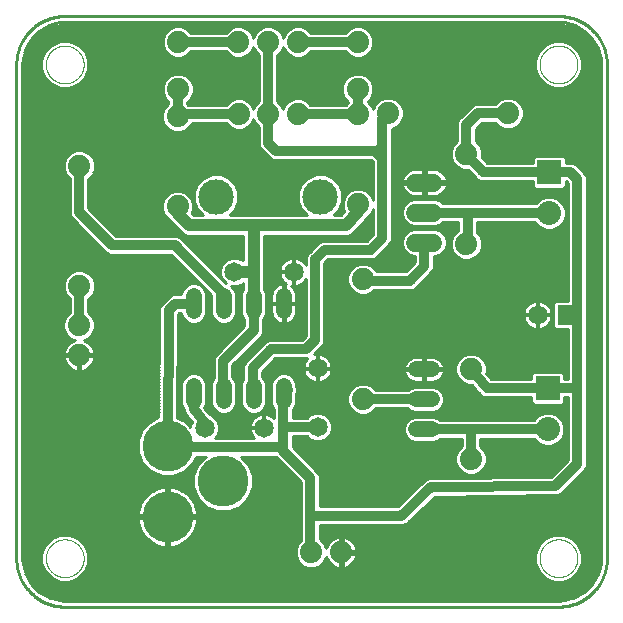
<source format=gtl>
G75*
%MOIN*%
%OFA0B0*%
%FSLAX25Y25*%
%IPPOS*%
%LPD*%
%AMOC8*
5,1,8,0,0,1.08239X$1,22.5*
%
%ADD10C,0.01000*%
%ADD11C,0.06500*%
%ADD12C,0.07400*%
%ADD13C,0.05200*%
%ADD14C,0.06000*%
%ADD15C,0.11811*%
%ADD16R,0.06500X0.06500*%
%ADD17C,0.00000*%
%ADD18R,0.08000X0.08000*%
%ADD19C,0.08000*%
%ADD20C,0.17000*%
%ADD21C,0.03200*%
%ADD22C,0.04000*%
D10*
X0020989Y0018574D02*
X0019143Y0021771D01*
X0018188Y0025337D01*
X0018067Y0027183D01*
X0018067Y0191750D01*
X0018188Y0193596D01*
X0019143Y0197162D01*
X0020989Y0200359D01*
X0023600Y0202970D01*
X0026797Y0204815D01*
X0030363Y0205771D01*
X0032209Y0205892D01*
X0196776Y0205892D01*
X0198621Y0205771D01*
X0202187Y0204815D01*
X0205385Y0202970D01*
X0207995Y0200359D01*
X0209841Y0197162D01*
X0210796Y0193596D01*
X0210917Y0191750D01*
X0210917Y0027183D01*
X0210796Y0025337D01*
X0209841Y0021771D01*
X0207995Y0018574D01*
X0205385Y0015964D01*
X0202187Y0014118D01*
X0198621Y0013162D01*
X0196776Y0013041D01*
X0032209Y0013041D01*
X0030363Y0013162D01*
X0026797Y0014118D01*
X0023600Y0015964D01*
X0020989Y0018574D01*
X0020726Y0019030D02*
X0208258Y0019030D01*
X0208834Y0020028D02*
X0199882Y0020028D01*
X0201193Y0020571D02*
X0198327Y0019384D01*
X0195224Y0019384D01*
X0192358Y0020571D01*
X0190164Y0022765D01*
X0188976Y0025632D01*
X0188976Y0028735D01*
X0190164Y0031601D01*
X0192358Y0033795D01*
X0195224Y0034982D01*
X0198327Y0034982D01*
X0201193Y0033795D01*
X0203387Y0031601D01*
X0204575Y0028735D01*
X0204575Y0025632D01*
X0203387Y0022765D01*
X0201193Y0020571D01*
X0201649Y0021027D02*
X0209411Y0021027D01*
X0209909Y0022025D02*
X0202647Y0022025D01*
X0203494Y0023024D02*
X0210176Y0023024D01*
X0210444Y0024022D02*
X0203908Y0024022D01*
X0204322Y0025021D02*
X0210711Y0025021D01*
X0210841Y0026019D02*
X0204575Y0026019D01*
X0204575Y0027018D02*
X0210906Y0027018D01*
X0210917Y0028016D02*
X0204575Y0028016D01*
X0204459Y0029015D02*
X0210917Y0029015D01*
X0210917Y0030013D02*
X0204045Y0030013D01*
X0203632Y0031012D02*
X0210917Y0031012D01*
X0210917Y0032010D02*
X0202978Y0032010D01*
X0201980Y0033009D02*
X0210917Y0033009D01*
X0210917Y0034007D02*
X0200681Y0034007D01*
X0212918Y0027183D02*
X0212913Y0026793D01*
X0212899Y0026403D01*
X0212876Y0026014D01*
X0212843Y0025625D01*
X0212800Y0025237D01*
X0212749Y0024851D01*
X0212688Y0024465D01*
X0212617Y0024082D01*
X0212538Y0023700D01*
X0212449Y0023320D01*
X0212351Y0022942D01*
X0212244Y0022567D01*
X0212128Y0022195D01*
X0212003Y0021825D01*
X0211869Y0021459D01*
X0211726Y0021096D01*
X0211575Y0020736D01*
X0211415Y0020381D01*
X0211246Y0020029D01*
X0211069Y0019681D01*
X0210884Y0019338D01*
X0210690Y0019000D01*
X0210488Y0018666D01*
X0210278Y0018337D01*
X0210061Y0018013D01*
X0209835Y0017695D01*
X0209602Y0017382D01*
X0209362Y0017075D01*
X0209114Y0016774D01*
X0208858Y0016479D01*
X0208596Y0016190D01*
X0208327Y0015908D01*
X0208051Y0015632D01*
X0207769Y0015363D01*
X0207480Y0015101D01*
X0207185Y0014845D01*
X0206884Y0014597D01*
X0206577Y0014357D01*
X0206264Y0014124D01*
X0205946Y0013898D01*
X0205622Y0013681D01*
X0205293Y0013471D01*
X0204959Y0013269D01*
X0204621Y0013075D01*
X0204278Y0012890D01*
X0203930Y0012713D01*
X0203578Y0012544D01*
X0203223Y0012384D01*
X0202863Y0012233D01*
X0202500Y0012090D01*
X0202134Y0011956D01*
X0201764Y0011831D01*
X0201392Y0011715D01*
X0201017Y0011608D01*
X0200639Y0011510D01*
X0200259Y0011421D01*
X0199877Y0011342D01*
X0199494Y0011271D01*
X0199108Y0011210D01*
X0198722Y0011159D01*
X0198334Y0011116D01*
X0197945Y0011083D01*
X0197556Y0011060D01*
X0197166Y0011046D01*
X0196776Y0011041D01*
X0032209Y0011041D01*
X0027099Y0014037D02*
X0201885Y0014037D01*
X0203777Y0015036D02*
X0025208Y0015036D01*
X0026797Y0014118D02*
X0026797Y0014118D01*
X0023529Y0016034D02*
X0205455Y0016034D01*
X0206453Y0017033D02*
X0022531Y0017033D01*
X0021532Y0018031D02*
X0207452Y0018031D01*
X0212917Y0027183D02*
X0212917Y0191750D01*
X0210916Y0191772D02*
X0204575Y0191772D01*
X0204575Y0190773D02*
X0210917Y0190773D01*
X0210917Y0189775D02*
X0204399Y0189775D01*
X0204575Y0190199D02*
X0203387Y0187332D01*
X0201193Y0185138D01*
X0198327Y0183951D01*
X0195224Y0183951D01*
X0192358Y0185138D01*
X0190164Y0187332D01*
X0188976Y0190199D01*
X0188976Y0193301D01*
X0190164Y0196168D01*
X0192358Y0198362D01*
X0195224Y0199549D01*
X0198327Y0199549D01*
X0201193Y0198362D01*
X0203387Y0196168D01*
X0204575Y0193301D01*
X0204575Y0190199D01*
X0203986Y0188776D02*
X0210917Y0188776D01*
X0210917Y0187778D02*
X0203572Y0187778D01*
X0202835Y0186779D02*
X0210917Y0186779D01*
X0210917Y0185781D02*
X0201836Y0185781D01*
X0200334Y0184782D02*
X0210917Y0184782D01*
X0210917Y0183784D02*
X0135046Y0183784D01*
X0135046Y0184517D02*
X0134255Y0186428D01*
X0132792Y0187891D01*
X0130881Y0188682D01*
X0128812Y0188682D01*
X0126901Y0187891D01*
X0125438Y0186428D01*
X0124646Y0184517D01*
X0124646Y0182448D01*
X0125438Y0180537D01*
X0126784Y0179191D01*
X0125947Y0178354D01*
X0114100Y0178354D01*
X0112792Y0179662D01*
X0110881Y0180454D01*
X0108812Y0180454D01*
X0106901Y0179662D01*
X0105438Y0178200D01*
X0104925Y0176961D01*
X0104412Y0178200D01*
X0103104Y0179508D01*
X0103104Y0194898D01*
X0104491Y0196285D01*
X0105083Y0197713D01*
X0105674Y0196285D01*
X0107137Y0194822D01*
X0109048Y0194030D01*
X0111117Y0194030D01*
X0113028Y0194822D01*
X0114337Y0196130D01*
X0125593Y0196130D01*
X0126901Y0194822D01*
X0128812Y0194030D01*
X0130881Y0194030D01*
X0132792Y0194822D01*
X0134255Y0196285D01*
X0135046Y0198196D01*
X0135046Y0200265D01*
X0134255Y0202176D01*
X0132792Y0203639D01*
X0130881Y0204430D01*
X0128812Y0204430D01*
X0126901Y0203639D01*
X0125593Y0202330D01*
X0114337Y0202330D01*
X0113028Y0203639D01*
X0111117Y0204430D01*
X0109048Y0204430D01*
X0107137Y0203639D01*
X0105674Y0202176D01*
X0105083Y0200748D01*
X0104491Y0202176D01*
X0103028Y0203639D01*
X0101117Y0204430D01*
X0099048Y0204430D01*
X0097137Y0203639D01*
X0095674Y0202176D01*
X0095083Y0200748D01*
X0094491Y0202176D01*
X0093028Y0203639D01*
X0091117Y0204430D01*
X0089048Y0204430D01*
X0087137Y0203639D01*
X0085829Y0202330D01*
X0074258Y0202330D01*
X0072949Y0203639D01*
X0071038Y0204430D01*
X0068970Y0204430D01*
X0067058Y0203639D01*
X0065596Y0202176D01*
X0064804Y0200265D01*
X0064804Y0198196D01*
X0065596Y0196285D01*
X0067058Y0194822D01*
X0068970Y0194030D01*
X0071038Y0194030D01*
X0072949Y0194822D01*
X0074258Y0196130D01*
X0085829Y0196130D01*
X0087137Y0194822D01*
X0089048Y0194030D01*
X0091117Y0194030D01*
X0093028Y0194822D01*
X0094491Y0196285D01*
X0095083Y0197713D01*
X0095674Y0196285D01*
X0096904Y0195055D01*
X0096904Y0179508D01*
X0095596Y0178200D01*
X0095083Y0176961D01*
X0094570Y0178200D01*
X0093107Y0179662D01*
X0091196Y0180454D01*
X0089127Y0180454D01*
X0087216Y0179662D01*
X0085907Y0178354D01*
X0073274Y0178354D01*
X0072907Y0178721D01*
X0072907Y0179056D01*
X0072949Y0179074D01*
X0074412Y0180537D01*
X0075204Y0182448D01*
X0075204Y0184517D01*
X0074412Y0186428D01*
X0072949Y0187891D01*
X0071038Y0188682D01*
X0068970Y0188682D01*
X0067058Y0187891D01*
X0065596Y0186428D01*
X0064804Y0184517D01*
X0064804Y0182448D01*
X0065596Y0180537D01*
X0066707Y0179425D01*
X0066707Y0178721D01*
X0065399Y0177412D01*
X0064607Y0175501D01*
X0064607Y0173432D01*
X0065399Y0171521D01*
X0066862Y0170058D01*
X0068773Y0169267D01*
X0070841Y0169267D01*
X0072753Y0170058D01*
X0074215Y0171521D01*
X0074478Y0172154D01*
X0085907Y0172154D01*
X0087216Y0170846D01*
X0089127Y0170054D01*
X0091196Y0170054D01*
X0093107Y0170846D01*
X0094570Y0172308D01*
X0095083Y0173547D01*
X0095596Y0172308D01*
X0096904Y0171000D01*
X0096904Y0165070D01*
X0097376Y0163931D01*
X0100053Y0161254D01*
X0100925Y0160382D01*
X0102064Y0159910D01*
X0134468Y0159910D01*
X0135014Y0159364D01*
X0135014Y0146684D01*
X0134452Y0148042D01*
X0132989Y0149505D01*
X0131078Y0150297D01*
X0129009Y0150297D01*
X0127098Y0149505D01*
X0125635Y0148042D01*
X0124843Y0146131D01*
X0124843Y0144062D01*
X0125365Y0142802D01*
X0124366Y0141707D01*
X0121812Y0141707D01*
X0123605Y0143500D01*
X0124732Y0146222D01*
X0124732Y0149168D01*
X0123605Y0151890D01*
X0121522Y0153973D01*
X0118800Y0155101D01*
X0115854Y0155101D01*
X0113132Y0153973D01*
X0111049Y0151890D01*
X0109921Y0149168D01*
X0109921Y0146222D01*
X0111049Y0143500D01*
X0112842Y0141707D01*
X0087166Y0141707D01*
X0088959Y0143500D01*
X0090087Y0146222D01*
X0090087Y0149168D01*
X0088959Y0151890D01*
X0086876Y0153973D01*
X0084154Y0155101D01*
X0081208Y0155101D01*
X0078486Y0153973D01*
X0076403Y0151890D01*
X0075276Y0149168D01*
X0075276Y0146222D01*
X0076403Y0143500D01*
X0078196Y0141707D01*
X0074997Y0141707D01*
X0074499Y0142205D01*
X0075007Y0143432D01*
X0075007Y0145501D01*
X0074215Y0147412D01*
X0072753Y0148875D01*
X0070841Y0149667D01*
X0068773Y0149667D01*
X0066862Y0148875D01*
X0065399Y0147412D01*
X0064607Y0145501D01*
X0064607Y0143432D01*
X0065399Y0141521D01*
X0066758Y0140162D01*
X0066840Y0139964D01*
X0070580Y0136224D01*
X0071565Y0135240D01*
X0072851Y0134707D01*
X0091701Y0134707D01*
X0091701Y0126456D01*
X0091474Y0126682D01*
X0089728Y0127406D01*
X0087839Y0127406D01*
X0086093Y0126682D01*
X0084757Y0125346D01*
X0084033Y0123600D01*
X0084033Y0121711D01*
X0084757Y0119965D01*
X0085957Y0118765D01*
X0085956Y0118765D01*
X0070579Y0134142D01*
X0069439Y0134614D01*
X0049241Y0134614D01*
X0040033Y0143822D01*
X0040033Y0153638D01*
X0041460Y0155064D01*
X0042251Y0156976D01*
X0042251Y0159044D01*
X0041460Y0160956D01*
X0039997Y0162418D01*
X0038086Y0163210D01*
X0036017Y0163210D01*
X0034106Y0162418D01*
X0032643Y0160956D01*
X0031851Y0159044D01*
X0031851Y0156976D01*
X0032643Y0155064D01*
X0033833Y0153874D01*
X0033833Y0141921D01*
X0034305Y0140782D01*
X0035177Y0139909D01*
X0045329Y0129758D01*
X0046201Y0128886D01*
X0047340Y0128414D01*
X0067539Y0128414D01*
X0081101Y0114852D01*
X0081101Y0108650D01*
X0081725Y0107143D01*
X0082878Y0105989D01*
X0084385Y0105365D01*
X0086016Y0105365D01*
X0087523Y0105989D01*
X0088677Y0107143D01*
X0089301Y0108650D01*
X0089301Y0115481D01*
X0088677Y0116988D01*
X0087702Y0117962D01*
X0087839Y0117906D01*
X0089728Y0117906D01*
X0091474Y0118629D01*
X0091701Y0118855D01*
X0091701Y0116929D01*
X0091101Y0115481D01*
X0091101Y0108650D01*
X0091725Y0107143D01*
X0092101Y0106767D01*
X0092101Y0104452D01*
X0083209Y0095559D01*
X0082337Y0094687D01*
X0081865Y0093548D01*
X0081865Y0087127D01*
X0081725Y0086988D01*
X0081101Y0085481D01*
X0081101Y0078650D01*
X0081725Y0077143D01*
X0082878Y0075989D01*
X0084385Y0075365D01*
X0086016Y0075365D01*
X0087523Y0075989D01*
X0088677Y0077143D01*
X0089301Y0078650D01*
X0089301Y0085481D01*
X0088677Y0086988D01*
X0088065Y0087600D01*
X0088065Y0091647D01*
X0097829Y0101411D01*
X0098301Y0102551D01*
X0098301Y0106767D01*
X0098677Y0107143D01*
X0099301Y0108650D01*
X0099301Y0115481D01*
X0098701Y0116929D01*
X0098701Y0134707D01*
X0125296Y0134707D01*
X0125373Y0134679D01*
X0125989Y0134707D01*
X0126606Y0134707D01*
X0126682Y0134738D01*
X0126764Y0134742D01*
X0127322Y0135004D01*
X0127892Y0135240D01*
X0127950Y0135298D01*
X0128025Y0135333D01*
X0128441Y0135788D01*
X0128877Y0136224D01*
X0128908Y0136300D01*
X0132574Y0140316D01*
X0132917Y0140659D01*
X0132989Y0140688D01*
X0134452Y0142151D01*
X0135014Y0143509D01*
X0135014Y0135160D01*
X0132893Y0133039D01*
X0118206Y0133039D01*
X0117067Y0132567D01*
X0113917Y0129418D01*
X0113045Y0128545D01*
X0112573Y0127406D01*
X0112573Y0125062D01*
X0112531Y0125145D01*
X0112092Y0125750D01*
X0111563Y0126279D01*
X0110958Y0126718D01*
X0110292Y0127058D01*
X0109581Y0127289D01*
X0108842Y0127406D01*
X0108657Y0127406D01*
X0108657Y0122845D01*
X0108280Y0122845D01*
X0108280Y0127406D01*
X0108095Y0127406D01*
X0107356Y0127289D01*
X0106645Y0127058D01*
X0105979Y0126718D01*
X0105374Y0126279D01*
X0104845Y0125750D01*
X0104406Y0125145D01*
X0104067Y0124479D01*
X0103835Y0123768D01*
X0103719Y0123029D01*
X0103719Y0122845D01*
X0108279Y0122845D01*
X0108279Y0122467D01*
X0103719Y0122467D01*
X0103719Y0122282D01*
X0103835Y0121543D01*
X0104067Y0120832D01*
X0104406Y0120166D01*
X0104845Y0119561D01*
X0105374Y0119033D01*
X0105803Y0118721D01*
X0105523Y0118765D01*
X0105501Y0118765D01*
X0105501Y0112365D01*
X0109301Y0112365D01*
X0109301Y0114988D01*
X0109200Y0115625D01*
X0109000Y0116239D01*
X0108707Y0116814D01*
X0108328Y0117336D01*
X0107872Y0117792D01*
X0107610Y0117982D01*
X0108095Y0117906D01*
X0108280Y0117906D01*
X0108280Y0122467D01*
X0108657Y0122467D01*
X0108657Y0117906D01*
X0108842Y0117906D01*
X0109581Y0118023D01*
X0110292Y0118254D01*
X0110958Y0118593D01*
X0111563Y0119033D01*
X0112092Y0119561D01*
X0112531Y0120166D01*
X0112573Y0120249D01*
X0112573Y0101302D01*
X0111240Y0099968D01*
X0100490Y0099968D01*
X0099350Y0099496D01*
X0093051Y0093197D01*
X0092179Y0092325D01*
X0091707Y0091186D01*
X0091707Y0086944D01*
X0091101Y0085481D01*
X0091101Y0078650D01*
X0091725Y0077143D01*
X0092878Y0075989D01*
X0094385Y0075365D01*
X0096016Y0075365D01*
X0097523Y0075989D01*
X0098677Y0077143D01*
X0099301Y0078650D01*
X0099301Y0085481D01*
X0098677Y0086988D01*
X0097907Y0087757D01*
X0097907Y0089285D01*
X0102390Y0093768D01*
X0112942Y0093768D01*
X0112838Y0093663D01*
X0112398Y0093059D01*
X0112059Y0092392D01*
X0111828Y0091681D01*
X0111711Y0090943D01*
X0111711Y0090758D01*
X0116272Y0090758D01*
X0116272Y0095319D01*
X0116087Y0095319D01*
X0115348Y0095202D01*
X0115190Y0095151D01*
X0118301Y0098262D01*
X0118773Y0099401D01*
X0118773Y0125505D01*
X0120107Y0126839D01*
X0134794Y0126839D01*
X0135933Y0127311D01*
X0136805Y0128183D01*
X0140742Y0132120D01*
X0141214Y0133259D01*
X0141214Y0170379D01*
X0142910Y0171082D01*
X0144373Y0172545D01*
X0145165Y0174456D01*
X0145165Y0176525D01*
X0144373Y0178436D01*
X0142910Y0179899D01*
X0140999Y0180690D01*
X0138930Y0180690D01*
X0137019Y0179899D01*
X0135556Y0178436D01*
X0134922Y0176906D01*
X0134452Y0178042D01*
X0133143Y0179350D01*
X0133143Y0179425D01*
X0134255Y0180537D01*
X0135046Y0182448D01*
X0135046Y0184517D01*
X0134936Y0184782D02*
X0193217Y0184782D01*
X0191715Y0185781D02*
X0134523Y0185781D01*
X0133903Y0186779D02*
X0190716Y0186779D01*
X0189979Y0187778D02*
X0132905Y0187778D01*
X0126788Y0187778D02*
X0103104Y0187778D01*
X0103104Y0188776D02*
X0189566Y0188776D01*
X0189152Y0189775D02*
X0103104Y0189775D01*
X0103104Y0190773D02*
X0188976Y0190773D01*
X0188976Y0191772D02*
X0103104Y0191772D01*
X0103104Y0192771D02*
X0188976Y0192771D01*
X0189170Y0193769D02*
X0103104Y0193769D01*
X0103104Y0194768D02*
X0107269Y0194768D01*
X0106193Y0195766D02*
X0103972Y0195766D01*
X0104690Y0196765D02*
X0105476Y0196765D01*
X0105087Y0200759D02*
X0105078Y0200759D01*
X0104665Y0201757D02*
X0105501Y0201757D01*
X0106254Y0202756D02*
X0103911Y0202756D01*
X0102750Y0203754D02*
X0107416Y0203754D01*
X0112750Y0203754D02*
X0127179Y0203754D01*
X0126018Y0202756D02*
X0113911Y0202756D01*
X0113972Y0195766D02*
X0125957Y0195766D01*
X0127033Y0194768D02*
X0112897Y0194768D01*
X0103104Y0186779D02*
X0125790Y0186779D01*
X0125170Y0185781D02*
X0103104Y0185781D01*
X0103104Y0184782D02*
X0124757Y0184782D01*
X0124646Y0183784D02*
X0103104Y0183784D01*
X0103104Y0182785D02*
X0124646Y0182785D01*
X0124920Y0181787D02*
X0103104Y0181787D01*
X0103104Y0180788D02*
X0125334Y0180788D01*
X0126185Y0179790D02*
X0112484Y0179790D01*
X0113663Y0178791D02*
X0126384Y0178791D01*
X0133508Y0179790D02*
X0136910Y0179790D01*
X0135912Y0178791D02*
X0133702Y0178791D01*
X0134555Y0177793D02*
X0135290Y0177793D01*
X0134359Y0180788D02*
X0210917Y0180788D01*
X0210917Y0179790D02*
X0183019Y0179790D01*
X0182910Y0179899D02*
X0180999Y0180690D01*
X0178930Y0180690D01*
X0177019Y0179899D01*
X0175711Y0178590D01*
X0169269Y0178590D01*
X0168130Y0178118D01*
X0164311Y0174299D01*
X0163439Y0173427D01*
X0162967Y0172288D01*
X0162967Y0166122D01*
X0161659Y0164814D01*
X0160867Y0162903D01*
X0160867Y0160834D01*
X0161659Y0158923D01*
X0163121Y0157460D01*
X0165033Y0156668D01*
X0166681Y0156668D01*
X0168969Y0154218D01*
X0168990Y0154167D01*
X0169389Y0153769D01*
X0169773Y0153357D01*
X0169823Y0153334D01*
X0169862Y0153295D01*
X0170383Y0153080D01*
X0170896Y0152846D01*
X0170951Y0152844D01*
X0171001Y0152823D01*
X0171565Y0152823D01*
X0172128Y0152804D01*
X0172180Y0152823D01*
X0188126Y0152823D01*
X0188126Y0151302D01*
X0189005Y0150423D01*
X0198247Y0150423D01*
X0199126Y0151302D01*
X0199126Y0152823D01*
X0199429Y0152823D01*
X0199975Y0152277D01*
X0199975Y0113036D01*
X0195936Y0113036D01*
X0195057Y0112157D01*
X0195057Y0104414D01*
X0195936Y0103536D01*
X0199975Y0103536D01*
X0199975Y0086976D01*
X0198732Y0086976D01*
X0198732Y0088497D01*
X0197854Y0089376D01*
X0188611Y0089376D01*
X0187732Y0088497D01*
X0187732Y0086976D01*
X0174273Y0086976D01*
X0172720Y0088886D01*
X0172842Y0089180D01*
X0172842Y0091249D01*
X0172050Y0093160D01*
X0170587Y0094623D01*
X0168676Y0095415D01*
X0166607Y0095415D01*
X0164696Y0094623D01*
X0163233Y0093160D01*
X0162442Y0091249D01*
X0162442Y0089180D01*
X0163233Y0087269D01*
X0164696Y0085806D01*
X0166607Y0085015D01*
X0167876Y0085015D01*
X0170109Y0082271D01*
X0170171Y0082120D01*
X0170495Y0081796D01*
X0170784Y0081441D01*
X0170928Y0081364D01*
X0171043Y0081248D01*
X0171466Y0081073D01*
X0171869Y0080855D01*
X0172032Y0080839D01*
X0172183Y0080776D01*
X0172640Y0080776D01*
X0173096Y0080729D01*
X0173252Y0080776D01*
X0187732Y0080776D01*
X0187732Y0079255D01*
X0188611Y0078376D01*
X0197854Y0078376D01*
X0198732Y0079255D01*
X0198732Y0080776D01*
X0199975Y0080776D01*
X0199975Y0059963D01*
X0194298Y0054287D01*
X0154273Y0053906D01*
X0153703Y0053917D01*
X0153658Y0053900D01*
X0153610Y0053899D01*
X0153085Y0053676D01*
X0152554Y0053469D01*
X0152519Y0053435D01*
X0152475Y0053416D01*
X0152076Y0053009D01*
X0143166Y0044456D01*
X0117198Y0044456D01*
X0117198Y0054571D01*
X0116726Y0055711D01*
X0108143Y0064294D01*
X0108143Y0067784D01*
X0112843Y0067784D01*
X0113770Y0066857D01*
X0115516Y0066134D01*
X0117405Y0066134D01*
X0119151Y0066857D01*
X0120487Y0068193D01*
X0121211Y0069939D01*
X0121211Y0071829D01*
X0120487Y0073575D01*
X0119151Y0074911D01*
X0117405Y0075634D01*
X0115516Y0075634D01*
X0113770Y0074911D01*
X0112843Y0073984D01*
X0108143Y0073984D01*
X0108143Y0076609D01*
X0108677Y0077143D01*
X0109301Y0078650D01*
X0109301Y0082081D01*
X0109561Y0082708D01*
X0109561Y0083942D01*
X0109301Y0084569D01*
X0109301Y0085481D01*
X0108677Y0086988D01*
X0107523Y0088141D01*
X0106016Y0088765D01*
X0104385Y0088765D01*
X0102878Y0088141D01*
X0101725Y0086988D01*
X0101101Y0085481D01*
X0101101Y0078650D01*
X0101725Y0077143D01*
X0101943Y0076924D01*
X0101943Y0074009D01*
X0101642Y0074310D01*
X0101037Y0074750D01*
X0100371Y0075089D01*
X0099660Y0075320D01*
X0098921Y0075437D01*
X0098736Y0075437D01*
X0098736Y0070876D01*
X0098358Y0070876D01*
X0098358Y0070498D01*
X0093797Y0070498D01*
X0093797Y0070313D01*
X0093914Y0069575D01*
X0094145Y0068864D01*
X0094485Y0068198D01*
X0094924Y0067593D01*
X0095226Y0067291D01*
X0082184Y0067291D01*
X0082889Y0067996D01*
X0083612Y0069742D01*
X0083612Y0071632D01*
X0082889Y0073378D01*
X0081553Y0074714D01*
X0080496Y0075152D01*
X0078735Y0077283D01*
X0079301Y0078650D01*
X0079301Y0085481D01*
X0078677Y0086988D01*
X0077523Y0088141D01*
X0076016Y0088765D01*
X0074385Y0088765D01*
X0072878Y0088141D01*
X0071725Y0086988D01*
X0071101Y0085481D01*
X0071101Y0078650D01*
X0071725Y0077143D01*
X0072014Y0076853D01*
X0071978Y0076470D01*
X0072022Y0076325D01*
X0072022Y0076173D01*
X0072202Y0075739D01*
X0072339Y0075291D01*
X0072436Y0075174D01*
X0072494Y0075033D01*
X0072826Y0074702D01*
X0074529Y0072639D01*
X0074112Y0071632D01*
X0074112Y0071075D01*
X0072125Y0073062D01*
X0069643Y0074090D01*
X0069943Y0108565D01*
X0070343Y0108965D01*
X0071101Y0108965D01*
X0071101Y0108650D01*
X0071725Y0107143D01*
X0072878Y0105989D01*
X0074385Y0105365D01*
X0076016Y0105365D01*
X0077523Y0105989D01*
X0078677Y0107143D01*
X0079301Y0108650D01*
X0079301Y0115481D01*
X0078677Y0116988D01*
X0077523Y0118141D01*
X0076016Y0118765D01*
X0074385Y0118765D01*
X0072878Y0118141D01*
X0071725Y0116988D01*
X0071101Y0115481D01*
X0071101Y0115165D01*
X0068442Y0115165D01*
X0067303Y0114693D01*
X0064672Y0112062D01*
X0064242Y0111639D01*
X0064236Y0111626D01*
X0064226Y0111616D01*
X0063996Y0111059D01*
X0063760Y0110504D01*
X0063760Y0110490D01*
X0063754Y0110477D01*
X0063754Y0109874D01*
X0063444Y0074159D01*
X0060796Y0073062D01*
X0057983Y0070249D01*
X0056461Y0066574D01*
X0056461Y0062596D01*
X0057983Y0058920D01*
X0060796Y0056107D01*
X0064471Y0054585D01*
X0068450Y0054585D01*
X0072125Y0056107D01*
X0074938Y0058920D01*
X0075837Y0061091D01*
X0079140Y0061091D01*
X0076487Y0058438D01*
X0074965Y0054763D01*
X0074965Y0050785D01*
X0076487Y0047109D01*
X0079300Y0044296D01*
X0082975Y0042774D01*
X0086954Y0042774D01*
X0090629Y0044296D01*
X0093442Y0047109D01*
X0094965Y0050785D01*
X0094965Y0054763D01*
X0093442Y0058438D01*
X0090789Y0061091D01*
X0102578Y0061091D01*
X0110998Y0052671D01*
X0110998Y0033169D01*
X0109926Y0032097D01*
X0109135Y0030186D01*
X0109135Y0028117D01*
X0109926Y0026206D01*
X0111389Y0024743D01*
X0113300Y0023952D01*
X0115369Y0023952D01*
X0117280Y0024743D01*
X0118743Y0026206D01*
X0119349Y0027669D01*
X0119516Y0027156D01*
X0119887Y0026426D01*
X0120368Y0025764D01*
X0120947Y0025185D01*
X0121609Y0024704D01*
X0122339Y0024333D01*
X0123117Y0024080D01*
X0123835Y0023966D01*
X0123835Y0028652D01*
X0124835Y0028652D01*
X0124835Y0029652D01*
X0129520Y0029652D01*
X0129407Y0030369D01*
X0129154Y0031148D01*
X0128782Y0031877D01*
X0128301Y0032539D01*
X0127722Y0033118D01*
X0127060Y0033599D01*
X0126331Y0033971D01*
X0125552Y0034224D01*
X0124835Y0034337D01*
X0124835Y0029652D01*
X0123835Y0029652D01*
X0123835Y0034337D01*
X0123117Y0034224D01*
X0122339Y0033971D01*
X0121609Y0033599D01*
X0120947Y0033118D01*
X0120368Y0032539D01*
X0119887Y0031877D01*
X0119516Y0031148D01*
X0119349Y0030635D01*
X0118743Y0032097D01*
X0117280Y0033560D01*
X0117198Y0033594D01*
X0117198Y0038256D01*
X0144382Y0038256D01*
X0144967Y0038244D01*
X0144997Y0038256D01*
X0145030Y0038256D01*
X0145570Y0038480D01*
X0146115Y0038693D01*
X0146139Y0038716D01*
X0146169Y0038728D01*
X0146583Y0039142D01*
X0155515Y0047717D01*
X0195609Y0048099D01*
X0196211Y0048099D01*
X0196225Y0048105D01*
X0196241Y0048105D01*
X0196794Y0048341D01*
X0197350Y0048571D01*
X0197361Y0048582D01*
X0197375Y0048588D01*
X0197797Y0049017D01*
X0204831Y0056051D01*
X0205703Y0056923D01*
X0206175Y0058063D01*
X0206175Y0154178D01*
X0205703Y0155317D01*
X0202469Y0158551D01*
X0201329Y0159023D01*
X0199126Y0159023D01*
X0199126Y0160545D01*
X0198247Y0161423D01*
X0189005Y0161423D01*
X0188126Y0160545D01*
X0188126Y0159023D01*
X0172965Y0159023D01*
X0171267Y0160842D01*
X0171267Y0162903D01*
X0170475Y0164814D01*
X0169167Y0166122D01*
X0169167Y0170387D01*
X0171170Y0172390D01*
X0175711Y0172390D01*
X0177019Y0171082D01*
X0178930Y0170290D01*
X0180999Y0170290D01*
X0182910Y0171082D01*
X0184373Y0172545D01*
X0185165Y0174456D01*
X0185165Y0176525D01*
X0184373Y0178436D01*
X0182910Y0179899D01*
X0184017Y0178791D02*
X0210917Y0178791D01*
X0210917Y0177793D02*
X0184639Y0177793D01*
X0185053Y0176794D02*
X0210917Y0176794D01*
X0210917Y0175796D02*
X0185165Y0175796D01*
X0185165Y0174797D02*
X0210917Y0174797D01*
X0210917Y0173799D02*
X0184892Y0173799D01*
X0184479Y0172800D02*
X0210917Y0172800D01*
X0210917Y0171802D02*
X0183630Y0171802D01*
X0182237Y0170803D02*
X0210917Y0170803D01*
X0210917Y0169805D02*
X0169167Y0169805D01*
X0169167Y0168806D02*
X0210917Y0168806D01*
X0210917Y0167808D02*
X0169167Y0167808D01*
X0169167Y0166809D02*
X0210917Y0166809D01*
X0210917Y0165811D02*
X0169478Y0165811D01*
X0170476Y0164812D02*
X0210917Y0164812D01*
X0210917Y0163814D02*
X0170890Y0163814D01*
X0171267Y0162815D02*
X0210917Y0162815D01*
X0210917Y0161817D02*
X0171267Y0161817D01*
X0171289Y0160818D02*
X0188399Y0160818D01*
X0188126Y0159820D02*
X0172221Y0159820D01*
X0167468Y0155826D02*
X0158048Y0155826D01*
X0158022Y0155852D02*
X0157449Y0156268D01*
X0156818Y0156590D01*
X0156144Y0156809D01*
X0155445Y0156919D01*
X0152591Y0156919D01*
X0152591Y0152919D01*
X0159567Y0152919D01*
X0159480Y0153473D01*
X0159261Y0154147D01*
X0158939Y0154778D01*
X0158523Y0155351D01*
X0158022Y0155852D01*
X0158904Y0154827D02*
X0168400Y0154827D01*
X0169329Y0153829D02*
X0159364Y0153829D01*
X0159567Y0151919D02*
X0152591Y0151919D01*
X0152591Y0152919D01*
X0151591Y0152919D01*
X0151591Y0156919D01*
X0148736Y0156919D01*
X0148037Y0156809D01*
X0147363Y0156590D01*
X0146732Y0156268D01*
X0146159Y0155852D01*
X0145658Y0155351D01*
X0145242Y0154778D01*
X0144920Y0154147D01*
X0144701Y0153473D01*
X0144614Y0152919D01*
X0151590Y0152919D01*
X0151590Y0151919D01*
X0144614Y0151919D01*
X0144701Y0151366D01*
X0144920Y0150692D01*
X0145242Y0150061D01*
X0145658Y0149488D01*
X0146159Y0148987D01*
X0146732Y0148571D01*
X0147363Y0148249D01*
X0148037Y0148030D01*
X0148736Y0147919D01*
X0151591Y0147919D01*
X0151591Y0151919D01*
X0152591Y0151919D01*
X0152591Y0147919D01*
X0155445Y0147919D01*
X0156144Y0148030D01*
X0156818Y0148249D01*
X0157449Y0148571D01*
X0158022Y0148987D01*
X0158523Y0149488D01*
X0158939Y0150061D01*
X0159261Y0150692D01*
X0159480Y0151366D01*
X0159567Y0151919D01*
X0159554Y0151832D02*
X0188126Y0151832D01*
X0188595Y0150833D02*
X0159307Y0150833D01*
X0158775Y0149835D02*
X0199975Y0149835D01*
X0199975Y0150833D02*
X0198657Y0150833D01*
X0199126Y0151832D02*
X0199975Y0151832D01*
X0199975Y0148836D02*
X0157814Y0148836D01*
X0156180Y0146839D02*
X0190589Y0146839D01*
X0190510Y0146806D02*
X0189223Y0145519D01*
X0158355Y0145519D01*
X0157640Y0146234D01*
X0155986Y0146919D01*
X0148195Y0146919D01*
X0146541Y0146234D01*
X0145276Y0144968D01*
X0144591Y0143315D01*
X0144591Y0141524D01*
X0145276Y0139870D01*
X0146541Y0138604D01*
X0148195Y0137919D01*
X0155986Y0137919D01*
X0157640Y0138604D01*
X0158355Y0139319D01*
X0163361Y0139319D01*
X0163361Y0136376D01*
X0163121Y0136277D01*
X0161659Y0134814D01*
X0160867Y0132903D01*
X0160867Y0130834D01*
X0161659Y0128923D01*
X0163121Y0127460D01*
X0165033Y0126668D01*
X0167101Y0126668D01*
X0169012Y0127460D01*
X0170475Y0128923D01*
X0171267Y0130834D01*
X0171267Y0132903D01*
X0170475Y0134814D01*
X0169561Y0135728D01*
X0169561Y0139319D01*
X0188843Y0139319D01*
X0188963Y0139028D01*
X0190510Y0137481D01*
X0192532Y0136644D01*
X0194720Y0136644D01*
X0196741Y0137481D01*
X0198289Y0139028D01*
X0199126Y0141050D01*
X0199126Y0143238D01*
X0198289Y0145259D01*
X0196741Y0146806D01*
X0194720Y0147644D01*
X0192532Y0147644D01*
X0190510Y0146806D01*
X0189544Y0145840D02*
X0158033Y0145840D01*
X0152591Y0148836D02*
X0151591Y0148836D01*
X0151591Y0149835D02*
X0152591Y0149835D01*
X0152591Y0150833D02*
X0151591Y0150833D01*
X0151591Y0151832D02*
X0152591Y0151832D01*
X0152591Y0152830D02*
X0170985Y0152830D01*
X0164656Y0156824D02*
X0156046Y0156824D01*
X0152591Y0156824D02*
X0151591Y0156824D01*
X0151591Y0155826D02*
X0152591Y0155826D01*
X0152591Y0154827D02*
X0151591Y0154827D01*
X0151591Y0153829D02*
X0152591Y0153829D01*
X0151590Y0152830D02*
X0141214Y0152830D01*
X0141214Y0151832D02*
X0144628Y0151832D01*
X0144874Y0150833D02*
X0141214Y0150833D01*
X0141214Y0149835D02*
X0145406Y0149835D01*
X0146367Y0148836D02*
X0141214Y0148836D01*
X0141214Y0147838D02*
X0199975Y0147838D01*
X0199975Y0146839D02*
X0196663Y0146839D01*
X0197707Y0145840D02*
X0199975Y0145840D01*
X0199975Y0144842D02*
X0198462Y0144842D01*
X0198875Y0143843D02*
X0199975Y0143843D01*
X0199975Y0142845D02*
X0199126Y0142845D01*
X0199126Y0141846D02*
X0199975Y0141846D01*
X0199975Y0140848D02*
X0199042Y0140848D01*
X0198629Y0139849D02*
X0199975Y0139849D01*
X0199975Y0138851D02*
X0198111Y0138851D01*
X0197113Y0137852D02*
X0199975Y0137852D01*
X0199975Y0136854D02*
X0195227Y0136854D01*
X0192025Y0136854D02*
X0169561Y0136854D01*
X0169561Y0137852D02*
X0190139Y0137852D01*
X0189141Y0138851D02*
X0169561Y0138851D01*
X0169561Y0135855D02*
X0199975Y0135855D01*
X0199975Y0134857D02*
X0170432Y0134857D01*
X0170871Y0133858D02*
X0199975Y0133858D01*
X0199975Y0132860D02*
X0171267Y0132860D01*
X0171267Y0131861D02*
X0199975Y0131861D01*
X0199975Y0130863D02*
X0171267Y0130863D01*
X0170865Y0129864D02*
X0199975Y0129864D01*
X0199975Y0128866D02*
X0170418Y0128866D01*
X0169420Y0127867D02*
X0199975Y0127867D01*
X0199975Y0126869D02*
X0167585Y0126869D01*
X0164548Y0126869D02*
X0155191Y0126869D01*
X0155191Y0127867D02*
X0162714Y0127867D01*
X0161715Y0128866D02*
X0157901Y0128866D01*
X0157640Y0128604D02*
X0158905Y0129870D01*
X0159591Y0131524D01*
X0159591Y0133315D01*
X0158905Y0134968D01*
X0157640Y0136234D01*
X0155986Y0136919D01*
X0148195Y0136919D01*
X0146541Y0136234D01*
X0145276Y0134968D01*
X0144591Y0133315D01*
X0144591Y0131524D01*
X0145276Y0129870D01*
X0146541Y0128604D01*
X0148195Y0127919D01*
X0148991Y0127919D01*
X0148991Y0125908D01*
X0145885Y0122803D01*
X0136096Y0122803D01*
X0135948Y0123160D01*
X0134485Y0124623D01*
X0132574Y0125415D01*
X0130505Y0125415D01*
X0128594Y0124623D01*
X0127131Y0123160D01*
X0126339Y0121249D01*
X0126339Y0119180D01*
X0127131Y0117269D01*
X0128594Y0115806D01*
X0130505Y0115015D01*
X0132574Y0115015D01*
X0134485Y0115806D01*
X0135281Y0116603D01*
X0147786Y0116603D01*
X0148925Y0117075D01*
X0154719Y0122868D01*
X0155191Y0124008D01*
X0155191Y0127919D01*
X0155986Y0127919D01*
X0157640Y0128604D01*
X0158899Y0129864D02*
X0161269Y0129864D01*
X0160867Y0130863D02*
X0159317Y0130863D01*
X0159591Y0131861D02*
X0160867Y0131861D01*
X0160867Y0132860D02*
X0159591Y0132860D01*
X0159365Y0133858D02*
X0161263Y0133858D01*
X0161702Y0134857D02*
X0158952Y0134857D01*
X0158019Y0135855D02*
X0162700Y0135855D01*
X0163361Y0136854D02*
X0156144Y0136854D01*
X0157886Y0138851D02*
X0163361Y0138851D01*
X0163361Y0137852D02*
X0141214Y0137852D01*
X0141214Y0136854D02*
X0148037Y0136854D01*
X0146163Y0135855D02*
X0141214Y0135855D01*
X0141214Y0134857D02*
X0145229Y0134857D01*
X0144816Y0133858D02*
X0141214Y0133858D01*
X0141049Y0132860D02*
X0144591Y0132860D01*
X0144591Y0131861D02*
X0140483Y0131861D01*
X0139485Y0130863D02*
X0144865Y0130863D01*
X0145282Y0129864D02*
X0138486Y0129864D01*
X0137488Y0128866D02*
X0146280Y0128866D01*
X0148991Y0127867D02*
X0136489Y0127867D01*
X0134865Y0126869D02*
X0148991Y0126869D01*
X0148953Y0125870D02*
X0119138Y0125870D01*
X0118773Y0124872D02*
X0129194Y0124872D01*
X0127844Y0123873D02*
X0118773Y0123873D01*
X0118773Y0122875D02*
X0127013Y0122875D01*
X0126599Y0121876D02*
X0118773Y0121876D01*
X0118773Y0120878D02*
X0126339Y0120878D01*
X0126339Y0119879D02*
X0118773Y0119879D01*
X0118773Y0118881D02*
X0126463Y0118881D01*
X0126877Y0117882D02*
X0118773Y0117882D01*
X0118773Y0116884D02*
X0127516Y0116884D01*
X0128515Y0115885D02*
X0118773Y0115885D01*
X0118773Y0114887D02*
X0199975Y0114887D01*
X0199975Y0115885D02*
X0134564Y0115885D01*
X0136066Y0122875D02*
X0145957Y0122875D01*
X0146956Y0123873D02*
X0135235Y0123873D01*
X0133884Y0124872D02*
X0147954Y0124872D01*
X0152728Y0120878D02*
X0199975Y0120878D01*
X0199975Y0121876D02*
X0153727Y0121876D01*
X0154721Y0122875D02*
X0199975Y0122875D01*
X0199975Y0123873D02*
X0155135Y0123873D01*
X0155191Y0124872D02*
X0199975Y0124872D01*
X0199975Y0125870D02*
X0155191Y0125870D01*
X0151730Y0119879D02*
X0199975Y0119879D01*
X0199975Y0118881D02*
X0150731Y0118881D01*
X0149733Y0117882D02*
X0199975Y0117882D01*
X0199975Y0116884D02*
X0148464Y0116884D01*
X0133712Y0133858D02*
X0098701Y0133858D01*
X0098701Y0132860D02*
X0117773Y0132860D01*
X0116361Y0131861D02*
X0098701Y0131861D01*
X0098701Y0130863D02*
X0115362Y0130863D01*
X0114364Y0129864D02*
X0098701Y0129864D01*
X0098701Y0128866D02*
X0113365Y0128866D01*
X0112764Y0127867D02*
X0098701Y0127867D01*
X0098701Y0126869D02*
X0106275Y0126869D01*
X0104966Y0125870D02*
X0098701Y0125870D01*
X0098701Y0124872D02*
X0104267Y0124872D01*
X0103870Y0123873D02*
X0098701Y0123873D01*
X0098701Y0122875D02*
X0103719Y0122875D01*
X0103783Y0121876D02*
X0098701Y0121876D01*
X0098701Y0120878D02*
X0104052Y0120878D01*
X0104614Y0119879D02*
X0098701Y0119879D01*
X0098701Y0118881D02*
X0105583Y0118881D01*
X0104901Y0118765D02*
X0104878Y0118765D01*
X0104241Y0118664D01*
X0103627Y0118465D01*
X0103052Y0118172D01*
X0102530Y0117792D01*
X0102073Y0117336D01*
X0101694Y0116814D01*
X0101401Y0116239D01*
X0101202Y0115625D01*
X0101101Y0114988D01*
X0101101Y0112365D01*
X0104901Y0112365D01*
X0104901Y0118765D01*
X0104901Y0117882D02*
X0105501Y0117882D01*
X0105501Y0116884D02*
X0104901Y0116884D01*
X0104901Y0115885D02*
X0105501Y0115885D01*
X0105501Y0114887D02*
X0104901Y0114887D01*
X0104901Y0113888D02*
X0105501Y0113888D01*
X0105501Y0112890D02*
X0104901Y0112890D01*
X0104901Y0112365D02*
X0105501Y0112365D01*
X0105501Y0111765D01*
X0109301Y0111765D01*
X0109301Y0109142D01*
X0109200Y0108505D01*
X0109000Y0107891D01*
X0108707Y0107316D01*
X0108328Y0106794D01*
X0107872Y0106338D01*
X0107350Y0105958D01*
X0106775Y0105665D01*
X0106161Y0105466D01*
X0105523Y0105365D01*
X0105501Y0105365D01*
X0105501Y0111765D01*
X0104901Y0111765D01*
X0104901Y0105365D01*
X0104878Y0105365D01*
X0104241Y0105466D01*
X0103627Y0105665D01*
X0103052Y0105958D01*
X0102530Y0106338D01*
X0102073Y0106794D01*
X0101694Y0107316D01*
X0101401Y0107891D01*
X0101202Y0108505D01*
X0101101Y0109142D01*
X0101101Y0111765D01*
X0104901Y0111765D01*
X0104901Y0112365D01*
X0104901Y0111891D02*
X0099301Y0111891D01*
X0099301Y0110893D02*
X0101101Y0110893D01*
X0101101Y0109894D02*
X0099301Y0109894D01*
X0099301Y0108896D02*
X0101140Y0108896D01*
X0101399Y0107897D02*
X0098989Y0107897D01*
X0098433Y0106899D02*
X0101998Y0106899D01*
X0103167Y0105900D02*
X0098301Y0105900D01*
X0098301Y0104902D02*
X0112573Y0104902D01*
X0112573Y0105900D02*
X0107235Y0105900D01*
X0108404Y0106899D02*
X0112573Y0106899D01*
X0112573Y0107897D02*
X0109002Y0107897D01*
X0109262Y0108896D02*
X0112573Y0108896D01*
X0112573Y0109894D02*
X0109301Y0109894D01*
X0109301Y0110893D02*
X0112573Y0110893D01*
X0112573Y0111891D02*
X0105501Y0111891D01*
X0105501Y0110893D02*
X0104901Y0110893D01*
X0104901Y0109894D02*
X0105501Y0109894D01*
X0105501Y0108896D02*
X0104901Y0108896D01*
X0104901Y0107897D02*
X0105501Y0107897D01*
X0105501Y0106899D02*
X0104901Y0106899D01*
X0104901Y0105900D02*
X0105501Y0105900D01*
X0112573Y0103903D02*
X0098301Y0103903D01*
X0098301Y0102905D02*
X0112573Y0102905D01*
X0112573Y0101906D02*
X0098034Y0101906D01*
X0097325Y0100907D02*
X0112179Y0100907D01*
X0116953Y0096913D02*
X0199975Y0096913D01*
X0199975Y0095915D02*
X0115954Y0095915D01*
X0116650Y0095319D02*
X0116650Y0090758D01*
X0121211Y0090758D01*
X0121211Y0090943D01*
X0121094Y0091681D01*
X0120863Y0092392D01*
X0120523Y0093059D01*
X0120084Y0093663D01*
X0119555Y0094192D01*
X0118950Y0094632D01*
X0118284Y0094971D01*
X0117573Y0095202D01*
X0116834Y0095319D01*
X0116650Y0095319D01*
X0116650Y0094916D02*
X0116272Y0094916D01*
X0116272Y0093918D02*
X0116650Y0093918D01*
X0116650Y0092919D02*
X0116272Y0092919D01*
X0116272Y0091921D02*
X0116650Y0091921D01*
X0116650Y0090922D02*
X0116272Y0090922D01*
X0116272Y0090758D02*
X0116650Y0090758D01*
X0116650Y0090380D01*
X0121211Y0090380D01*
X0121211Y0090195D01*
X0121094Y0089457D01*
X0120863Y0088746D01*
X0120523Y0088079D01*
X0120084Y0087475D01*
X0119555Y0086946D01*
X0118950Y0086506D01*
X0118284Y0086167D01*
X0117573Y0085936D01*
X0116834Y0085819D01*
X0116650Y0085819D01*
X0116650Y0090380D01*
X0116272Y0090380D01*
X0116272Y0085819D01*
X0116087Y0085819D01*
X0115348Y0085936D01*
X0114637Y0086167D01*
X0113971Y0086506D01*
X0113366Y0086946D01*
X0112838Y0087475D01*
X0112398Y0088079D01*
X0112059Y0088746D01*
X0111828Y0089457D01*
X0111711Y0090195D01*
X0111711Y0090380D01*
X0116272Y0090380D01*
X0116272Y0090758D01*
X0116272Y0089924D02*
X0116650Y0089924D01*
X0116650Y0088925D02*
X0116272Y0088925D01*
X0116272Y0087927D02*
X0116650Y0087927D01*
X0116650Y0086928D02*
X0116272Y0086928D01*
X0116272Y0085930D02*
X0116650Y0085930D01*
X0117534Y0085930D02*
X0164573Y0085930D01*
X0163574Y0086928D02*
X0157039Y0086928D01*
X0157204Y0087048D02*
X0157660Y0087504D01*
X0158040Y0088026D01*
X0158333Y0088601D01*
X0158532Y0089215D01*
X0158633Y0089853D01*
X0158633Y0089875D01*
X0152233Y0089875D01*
X0152233Y0086075D01*
X0154856Y0086075D01*
X0155493Y0086176D01*
X0156107Y0086376D01*
X0156682Y0086669D01*
X0157204Y0087048D01*
X0157967Y0087927D02*
X0162961Y0087927D01*
X0162547Y0088925D02*
X0158438Y0088925D01*
X0158633Y0090475D02*
X0158633Y0090498D01*
X0158532Y0091135D01*
X0158333Y0091749D01*
X0158040Y0092324D01*
X0157660Y0092846D01*
X0157204Y0093303D01*
X0156682Y0093682D01*
X0156107Y0093975D01*
X0155493Y0094174D01*
X0154856Y0094275D01*
X0152233Y0094275D01*
X0152233Y0090475D01*
X0158633Y0090475D01*
X0158566Y0090922D02*
X0162442Y0090922D01*
X0162442Y0089924D02*
X0152233Y0089924D01*
X0152233Y0089875D02*
X0152233Y0090475D01*
X0151633Y0090475D01*
X0151633Y0089875D01*
X0152233Y0089875D01*
X0151633Y0089875D02*
X0151633Y0086075D01*
X0149010Y0086075D01*
X0148373Y0086176D01*
X0147759Y0086376D01*
X0147184Y0086669D01*
X0146662Y0087048D01*
X0146206Y0087504D01*
X0145826Y0088026D01*
X0145533Y0088601D01*
X0145334Y0089215D01*
X0145233Y0089853D01*
X0145233Y0089875D01*
X0151633Y0089875D01*
X0151633Y0089924D02*
X0121168Y0089924D01*
X0121211Y0090922D02*
X0145300Y0090922D01*
X0145334Y0091135D02*
X0145233Y0090498D01*
X0145233Y0090475D01*
X0151633Y0090475D01*
X0151633Y0094275D01*
X0149010Y0094275D01*
X0148373Y0094174D01*
X0147759Y0093975D01*
X0147184Y0093682D01*
X0146662Y0093303D01*
X0146206Y0092846D01*
X0145826Y0092324D01*
X0145533Y0091749D01*
X0145334Y0091135D01*
X0145621Y0091921D02*
X0121016Y0091921D01*
X0120594Y0092919D02*
X0146279Y0092919D01*
X0147647Y0093918D02*
X0119829Y0093918D01*
X0118391Y0094916D02*
X0165404Y0094916D01*
X0163991Y0093918D02*
X0156219Y0093918D01*
X0157587Y0092919D02*
X0163134Y0092919D01*
X0162720Y0091921D02*
X0158245Y0091921D01*
X0152233Y0091921D02*
X0151633Y0091921D01*
X0151633Y0092919D02*
X0152233Y0092919D01*
X0152233Y0093918D02*
X0151633Y0093918D01*
X0151633Y0090922D02*
X0152233Y0090922D01*
X0152233Y0088925D02*
X0151633Y0088925D01*
X0151633Y0087927D02*
X0152233Y0087927D01*
X0152233Y0086928D02*
X0151633Y0086928D01*
X0148518Y0084275D02*
X0147011Y0083651D01*
X0146674Y0083315D01*
X0135793Y0083315D01*
X0134485Y0084623D01*
X0132574Y0085415D01*
X0130505Y0085415D01*
X0128594Y0084623D01*
X0127131Y0083160D01*
X0126339Y0081249D01*
X0126339Y0079180D01*
X0127131Y0077269D01*
X0128594Y0075806D01*
X0130505Y0075015D01*
X0132574Y0075015D01*
X0134485Y0075806D01*
X0135793Y0077115D01*
X0146595Y0077115D01*
X0147011Y0076700D01*
X0148518Y0076075D01*
X0155349Y0076075D01*
X0156856Y0076700D01*
X0158009Y0077853D01*
X0158633Y0079360D01*
X0158633Y0080991D01*
X0158009Y0082498D01*
X0156856Y0083651D01*
X0155349Y0084275D01*
X0148518Y0084275D01*
X0147691Y0083933D02*
X0135175Y0083933D01*
X0133741Y0084931D02*
X0167944Y0084931D01*
X0168757Y0083933D02*
X0156176Y0083933D01*
X0157572Y0082934D02*
X0169569Y0082934D01*
X0170355Y0081936D02*
X0158242Y0081936D01*
X0158633Y0080937D02*
X0171717Y0080937D01*
X0173500Y0087927D02*
X0187732Y0087927D01*
X0188160Y0088925D02*
X0172736Y0088925D01*
X0172842Y0089924D02*
X0199975Y0089924D01*
X0199975Y0090922D02*
X0172842Y0090922D01*
X0172563Y0091921D02*
X0199975Y0091921D01*
X0199975Y0092919D02*
X0172150Y0092919D01*
X0171292Y0093918D02*
X0199975Y0093918D01*
X0199975Y0094916D02*
X0169879Y0094916D01*
X0158633Y0079939D02*
X0187732Y0079939D01*
X0188047Y0078940D02*
X0158459Y0078940D01*
X0158046Y0077942D02*
X0199975Y0077942D01*
X0199975Y0078940D02*
X0198418Y0078940D01*
X0198732Y0079939D02*
X0199975Y0079939D01*
X0199975Y0076943D02*
X0157099Y0076943D01*
X0156140Y0073948D02*
X0189305Y0073948D01*
X0188633Y0073275D02*
X0190117Y0074759D01*
X0192138Y0075597D01*
X0194326Y0075597D01*
X0196348Y0074759D01*
X0197895Y0073212D01*
X0198732Y0071191D01*
X0198732Y0069003D01*
X0197895Y0066981D01*
X0196348Y0065434D01*
X0194326Y0064597D01*
X0192138Y0064597D01*
X0190117Y0065434D01*
X0188570Y0066981D01*
X0188531Y0067075D01*
X0170742Y0067075D01*
X0170742Y0064469D01*
X0172050Y0063160D01*
X0172842Y0061249D01*
X0172842Y0059180D01*
X0172050Y0057269D01*
X0170587Y0055806D01*
X0168676Y0055015D01*
X0166607Y0055015D01*
X0164696Y0055806D01*
X0163233Y0057269D01*
X0162442Y0059180D01*
X0162442Y0061249D01*
X0163233Y0063160D01*
X0164542Y0064469D01*
X0164542Y0067075D01*
X0157231Y0067075D01*
X0156856Y0066700D01*
X0155349Y0066075D01*
X0148518Y0066075D01*
X0147011Y0066700D01*
X0145857Y0067853D01*
X0145233Y0069360D01*
X0145233Y0070991D01*
X0145857Y0072498D01*
X0147011Y0073651D01*
X0148518Y0074275D01*
X0155349Y0074275D01*
X0156856Y0073651D01*
X0157231Y0073275D01*
X0188633Y0073275D01*
X0190568Y0074946D02*
X0119066Y0074946D01*
X0120114Y0073948D02*
X0147727Y0073948D01*
X0146309Y0072949D02*
X0120747Y0072949D01*
X0121160Y0071951D02*
X0145631Y0071951D01*
X0145233Y0070952D02*
X0121211Y0070952D01*
X0121211Y0069954D02*
X0145233Y0069954D01*
X0145401Y0068955D02*
X0120803Y0068955D01*
X0120251Y0067957D02*
X0145814Y0067957D01*
X0146752Y0066958D02*
X0119252Y0066958D01*
X0113669Y0066958D02*
X0108143Y0066958D01*
X0108143Y0065960D02*
X0164542Y0065960D01*
X0164542Y0066958D02*
X0157114Y0066958D01*
X0163152Y0062964D02*
X0109473Y0062964D01*
X0108475Y0063963D02*
X0164036Y0063963D01*
X0164542Y0064961D02*
X0108143Y0064961D01*
X0110472Y0061966D02*
X0162739Y0061966D01*
X0162442Y0060967D02*
X0111470Y0060967D01*
X0112469Y0059969D02*
X0162442Y0059969D01*
X0162529Y0058970D02*
X0113467Y0058970D01*
X0114466Y0057971D02*
X0162942Y0057971D01*
X0163530Y0056973D02*
X0115464Y0056973D01*
X0116463Y0055974D02*
X0164528Y0055974D01*
X0161825Y0053977D02*
X0117198Y0053977D01*
X0117198Y0052979D02*
X0152044Y0052979D01*
X0151004Y0051980D02*
X0117198Y0051980D01*
X0117198Y0050982D02*
X0149964Y0050982D01*
X0148923Y0049983D02*
X0117198Y0049983D01*
X0117198Y0048985D02*
X0147883Y0048985D01*
X0146843Y0047986D02*
X0117198Y0047986D01*
X0117198Y0046988D02*
X0145803Y0046988D01*
X0144763Y0045989D02*
X0117198Y0045989D01*
X0117198Y0044991D02*
X0143723Y0044991D01*
X0148515Y0040997D02*
X0210917Y0040997D01*
X0210917Y0041995D02*
X0149555Y0041995D01*
X0150595Y0042994D02*
X0210917Y0042994D01*
X0210917Y0043992D02*
X0151635Y0043992D01*
X0152676Y0044991D02*
X0210917Y0044991D01*
X0210917Y0045989D02*
X0153716Y0045989D01*
X0154756Y0046988D02*
X0210917Y0046988D01*
X0210917Y0047986D02*
X0183790Y0047986D01*
X0194987Y0054976D02*
X0117031Y0054976D01*
X0110690Y0052979D02*
X0094965Y0052979D01*
X0094965Y0053977D02*
X0109692Y0053977D01*
X0108693Y0054976D02*
X0094876Y0054976D01*
X0094463Y0055974D02*
X0107695Y0055974D01*
X0106696Y0056973D02*
X0094049Y0056973D01*
X0093636Y0057971D02*
X0105698Y0057971D01*
X0104699Y0058970D02*
X0092910Y0058970D01*
X0091912Y0059969D02*
X0103701Y0059969D01*
X0102702Y0060967D02*
X0090913Y0060967D01*
X0094660Y0067957D02*
X0082849Y0067957D01*
X0083286Y0068955D02*
X0094116Y0068955D01*
X0093854Y0069954D02*
X0083612Y0069954D01*
X0083612Y0070952D02*
X0093797Y0070952D01*
X0093797Y0070876D02*
X0098358Y0070876D01*
X0098358Y0075437D01*
X0098173Y0075437D01*
X0097435Y0075320D01*
X0096724Y0075089D01*
X0096058Y0074750D01*
X0095453Y0074310D01*
X0094924Y0073782D01*
X0094485Y0073177D01*
X0094145Y0072510D01*
X0093914Y0071799D01*
X0093797Y0071061D01*
X0093797Y0070876D01*
X0093963Y0071951D02*
X0083480Y0071951D01*
X0083067Y0072949D02*
X0094369Y0072949D01*
X0095090Y0073948D02*
X0082319Y0073948D01*
X0080992Y0074946D02*
X0096443Y0074946D01*
X0097416Y0075945D02*
X0101943Y0075945D01*
X0101924Y0076943D02*
X0098477Y0076943D01*
X0099008Y0077942D02*
X0101394Y0077942D01*
X0101101Y0078940D02*
X0099301Y0078940D01*
X0099301Y0079939D02*
X0101101Y0079939D01*
X0101101Y0080937D02*
X0099301Y0080937D01*
X0099301Y0081936D02*
X0101101Y0081936D01*
X0101101Y0082934D02*
X0099301Y0082934D01*
X0099301Y0083933D02*
X0101101Y0083933D01*
X0101101Y0084931D02*
X0099301Y0084931D01*
X0099115Y0085930D02*
X0101287Y0085930D01*
X0101700Y0086928D02*
X0098701Y0086928D01*
X0097907Y0087927D02*
X0102664Y0087927D01*
X0099544Y0090922D02*
X0111711Y0090922D01*
X0111754Y0089924D02*
X0098546Y0089924D01*
X0097907Y0088925D02*
X0112000Y0088925D01*
X0112509Y0087927D02*
X0107737Y0087927D01*
X0108701Y0086928D02*
X0113390Y0086928D01*
X0115387Y0085930D02*
X0109115Y0085930D01*
X0109301Y0084931D02*
X0129338Y0084931D01*
X0127904Y0083933D02*
X0109561Y0083933D01*
X0109561Y0082934D02*
X0127037Y0082934D01*
X0126624Y0081936D02*
X0109301Y0081936D01*
X0109301Y0080937D02*
X0126339Y0080937D01*
X0126339Y0079939D02*
X0109301Y0079939D01*
X0109301Y0078940D02*
X0126439Y0078940D01*
X0126852Y0077942D02*
X0109008Y0077942D01*
X0108477Y0076943D02*
X0127457Y0076943D01*
X0128455Y0075945D02*
X0108143Y0075945D01*
X0108143Y0074946D02*
X0113855Y0074946D01*
X0101943Y0074946D02*
X0100651Y0074946D01*
X0098736Y0074946D02*
X0098358Y0074946D01*
X0098358Y0073948D02*
X0098736Y0073948D01*
X0098736Y0072949D02*
X0098358Y0072949D01*
X0098358Y0071951D02*
X0098736Y0071951D01*
X0098736Y0070952D02*
X0098358Y0070952D01*
X0092986Y0075945D02*
X0087416Y0075945D01*
X0088477Y0076943D02*
X0091924Y0076943D01*
X0091394Y0077942D02*
X0089008Y0077942D01*
X0089301Y0078940D02*
X0091101Y0078940D01*
X0091101Y0079939D02*
X0089301Y0079939D01*
X0089301Y0080937D02*
X0091101Y0080937D01*
X0091101Y0081936D02*
X0089301Y0081936D01*
X0089301Y0082934D02*
X0091101Y0082934D01*
X0091101Y0083933D02*
X0089301Y0083933D01*
X0089301Y0084931D02*
X0091101Y0084931D01*
X0091287Y0085930D02*
X0089115Y0085930D01*
X0088701Y0086928D02*
X0091700Y0086928D01*
X0091707Y0087927D02*
X0088065Y0087927D01*
X0088065Y0088925D02*
X0091707Y0088925D01*
X0091707Y0089924D02*
X0088065Y0089924D01*
X0088065Y0090922D02*
X0091707Y0090922D01*
X0092012Y0091921D02*
X0088338Y0091921D01*
X0089337Y0092919D02*
X0092773Y0092919D01*
X0093772Y0093918D02*
X0090335Y0093918D01*
X0091334Y0094916D02*
X0094770Y0094916D01*
X0095769Y0095915D02*
X0092332Y0095915D01*
X0093331Y0096913D02*
X0096767Y0096913D01*
X0097766Y0097912D02*
X0094329Y0097912D01*
X0095328Y0098910D02*
X0098764Y0098910D01*
X0100347Y0099909D02*
X0096326Y0099909D01*
X0091552Y0103903D02*
X0069903Y0103903D01*
X0069894Y0102905D02*
X0090554Y0102905D01*
X0089555Y0101906D02*
X0069885Y0101906D01*
X0069877Y0100907D02*
X0088557Y0100907D01*
X0087558Y0099909D02*
X0069868Y0099909D01*
X0069859Y0098910D02*
X0086560Y0098910D01*
X0085561Y0097912D02*
X0069851Y0097912D01*
X0069842Y0096913D02*
X0084563Y0096913D01*
X0083564Y0095915D02*
X0069833Y0095915D01*
X0069824Y0094916D02*
X0082566Y0094916D01*
X0082018Y0093918D02*
X0069816Y0093918D01*
X0069807Y0092919D02*
X0081865Y0092919D01*
X0081865Y0091921D02*
X0069798Y0091921D01*
X0069790Y0090922D02*
X0081865Y0090922D01*
X0081865Y0089924D02*
X0069781Y0089924D01*
X0069772Y0088925D02*
X0081865Y0088925D01*
X0081865Y0087927D02*
X0077737Y0087927D01*
X0078701Y0086928D02*
X0081700Y0086928D01*
X0081287Y0085930D02*
X0079115Y0085930D01*
X0079301Y0084931D02*
X0081101Y0084931D01*
X0081101Y0083933D02*
X0079301Y0083933D01*
X0079301Y0082934D02*
X0081101Y0082934D01*
X0081101Y0081936D02*
X0079301Y0081936D01*
X0079301Y0080937D02*
X0081101Y0080937D01*
X0081101Y0079939D02*
X0079301Y0079939D01*
X0079301Y0078940D02*
X0081101Y0078940D01*
X0081394Y0077942D02*
X0079008Y0077942D01*
X0079016Y0076943D02*
X0081924Y0076943D01*
X0082986Y0075945D02*
X0079841Y0075945D01*
X0074274Y0072949D02*
X0072238Y0072949D01*
X0073237Y0071951D02*
X0074244Y0071951D01*
X0073449Y0073948D02*
X0069988Y0073948D01*
X0069651Y0074946D02*
X0072581Y0074946D01*
X0072117Y0075945D02*
X0069660Y0075945D01*
X0069668Y0076943D02*
X0071924Y0076943D01*
X0071394Y0077942D02*
X0069677Y0077942D01*
X0069686Y0078940D02*
X0071101Y0078940D01*
X0071101Y0079939D02*
X0069694Y0079939D01*
X0069703Y0080937D02*
X0071101Y0080937D01*
X0071101Y0081936D02*
X0069712Y0081936D01*
X0069720Y0082934D02*
X0071101Y0082934D01*
X0071101Y0083933D02*
X0069729Y0083933D01*
X0069738Y0084931D02*
X0071101Y0084931D01*
X0071287Y0085930D02*
X0069746Y0085930D01*
X0069755Y0086928D02*
X0071700Y0086928D01*
X0072664Y0087927D02*
X0069764Y0087927D01*
X0063563Y0087927D02*
X0018067Y0087927D01*
X0018067Y0088925D02*
X0063572Y0088925D01*
X0063581Y0089924D02*
X0038728Y0089924D01*
X0038969Y0090002D02*
X0039698Y0090374D01*
X0040360Y0090855D01*
X0040939Y0091433D01*
X0041420Y0092096D01*
X0041791Y0092825D01*
X0042044Y0093603D01*
X0042172Y0094412D01*
X0042172Y0094521D01*
X0037273Y0094521D01*
X0037273Y0095121D01*
X0042172Y0095121D01*
X0042172Y0095230D01*
X0042044Y0096039D01*
X0041791Y0096817D01*
X0041420Y0097546D01*
X0040939Y0098209D01*
X0040360Y0098787D01*
X0039698Y0099268D01*
X0038969Y0099640D01*
X0038455Y0099807D01*
X0039918Y0100413D01*
X0041381Y0101875D01*
X0042172Y0103787D01*
X0042172Y0105855D01*
X0041381Y0107767D01*
X0040033Y0109114D01*
X0040033Y0113638D01*
X0041460Y0115064D01*
X0042251Y0116976D01*
X0042251Y0119044D01*
X0041460Y0120956D01*
X0039997Y0122418D01*
X0038086Y0123210D01*
X0036017Y0123210D01*
X0034106Y0122418D01*
X0032643Y0120956D01*
X0031851Y0119044D01*
X0031851Y0116976D01*
X0032643Y0115064D01*
X0033833Y0113874D01*
X0033833Y0109036D01*
X0032564Y0107767D01*
X0031772Y0105855D01*
X0031772Y0103787D01*
X0032564Y0101875D01*
X0034027Y0100413D01*
X0035490Y0099807D01*
X0034976Y0099640D01*
X0034247Y0099268D01*
X0033585Y0098787D01*
X0033006Y0098209D01*
X0032525Y0097546D01*
X0032153Y0096817D01*
X0031900Y0096039D01*
X0031772Y0095230D01*
X0031772Y0095121D01*
X0036672Y0095121D01*
X0036672Y0094521D01*
X0031772Y0094521D01*
X0031772Y0094412D01*
X0031900Y0093603D01*
X0032153Y0092825D01*
X0032525Y0092096D01*
X0033006Y0091433D01*
X0033585Y0090855D01*
X0034247Y0090374D01*
X0034976Y0090002D01*
X0035755Y0089749D01*
X0036563Y0089621D01*
X0036672Y0089621D01*
X0036672Y0094521D01*
X0037272Y0094521D01*
X0037272Y0089621D01*
X0037382Y0089621D01*
X0038190Y0089749D01*
X0038969Y0090002D01*
X0037272Y0089924D02*
X0036672Y0089924D01*
X0036672Y0090922D02*
X0037272Y0090922D01*
X0037272Y0091921D02*
X0036672Y0091921D01*
X0036672Y0092919D02*
X0037272Y0092919D01*
X0037272Y0093918D02*
X0036672Y0093918D01*
X0036672Y0094916D02*
X0018067Y0094916D01*
X0018067Y0093918D02*
X0031851Y0093918D01*
X0032123Y0092919D02*
X0018067Y0092919D01*
X0018067Y0091921D02*
X0032652Y0091921D01*
X0033517Y0090922D02*
X0018067Y0090922D01*
X0018067Y0089924D02*
X0035217Y0089924D01*
X0040428Y0090922D02*
X0063590Y0090922D01*
X0063598Y0091921D02*
X0041293Y0091921D01*
X0041822Y0092919D02*
X0063607Y0092919D01*
X0063616Y0093918D02*
X0042094Y0093918D01*
X0042064Y0095915D02*
X0063633Y0095915D01*
X0063642Y0096913D02*
X0041742Y0096913D01*
X0041154Y0097912D02*
X0063650Y0097912D01*
X0063659Y0098910D02*
X0040191Y0098910D01*
X0038702Y0099909D02*
X0063668Y0099909D01*
X0063676Y0100907D02*
X0040413Y0100907D01*
X0041393Y0101906D02*
X0063685Y0101906D01*
X0063694Y0102905D02*
X0041807Y0102905D01*
X0042172Y0103903D02*
X0063702Y0103903D01*
X0063711Y0104902D02*
X0042172Y0104902D01*
X0042154Y0105900D02*
X0063720Y0105900D01*
X0063728Y0106899D02*
X0041740Y0106899D01*
X0041250Y0107897D02*
X0063737Y0107897D01*
X0063746Y0108896D02*
X0040252Y0108896D01*
X0040033Y0109894D02*
X0063754Y0109894D01*
X0063925Y0110893D02*
X0040033Y0110893D01*
X0040033Y0111891D02*
X0064498Y0111891D01*
X0065500Y0112890D02*
X0040033Y0112890D01*
X0040283Y0113888D02*
X0066498Y0113888D01*
X0067770Y0114887D02*
X0041282Y0114887D01*
X0041799Y0115885D02*
X0071268Y0115885D01*
X0071682Y0116884D02*
X0042213Y0116884D01*
X0042251Y0117882D02*
X0072620Y0117882D01*
X0075075Y0120878D02*
X0041492Y0120878D01*
X0041905Y0119879D02*
X0076073Y0119879D01*
X0077072Y0118881D02*
X0042251Y0118881D01*
X0040539Y0121876D02*
X0074076Y0121876D01*
X0073078Y0122875D02*
X0038895Y0122875D01*
X0035208Y0122875D02*
X0018067Y0122875D01*
X0018067Y0123873D02*
X0072079Y0123873D01*
X0071081Y0124872D02*
X0018067Y0124872D01*
X0018067Y0125870D02*
X0070082Y0125870D01*
X0069084Y0126869D02*
X0018067Y0126869D01*
X0018067Y0127867D02*
X0068085Y0127867D01*
X0072859Y0131861D02*
X0091701Y0131861D01*
X0091701Y0130863D02*
X0073858Y0130863D01*
X0074856Y0129864D02*
X0091701Y0129864D01*
X0091701Y0128866D02*
X0075855Y0128866D01*
X0076853Y0127867D02*
X0091701Y0127867D01*
X0091701Y0126869D02*
X0091024Y0126869D01*
X0086543Y0126869D02*
X0077852Y0126869D01*
X0078851Y0125870D02*
X0085281Y0125870D01*
X0084560Y0124872D02*
X0079849Y0124872D01*
X0080848Y0123873D02*
X0084146Y0123873D01*
X0084033Y0122875D02*
X0081846Y0122875D01*
X0082845Y0121876D02*
X0084033Y0121876D01*
X0083843Y0120878D02*
X0084379Y0120878D01*
X0084842Y0119879D02*
X0084842Y0119879D01*
X0085840Y0118881D02*
X0085841Y0118881D01*
X0087782Y0117882D02*
X0091701Y0117882D01*
X0091682Y0116884D02*
X0088720Y0116884D01*
X0089133Y0115885D02*
X0091268Y0115885D01*
X0091101Y0114887D02*
X0089301Y0114887D01*
X0089301Y0113888D02*
X0091101Y0113888D01*
X0091101Y0112890D02*
X0089301Y0112890D01*
X0089301Y0111891D02*
X0091101Y0111891D01*
X0091101Y0110893D02*
X0089301Y0110893D01*
X0089301Y0109894D02*
X0091101Y0109894D01*
X0091101Y0108896D02*
X0089301Y0108896D01*
X0088989Y0107897D02*
X0091412Y0107897D01*
X0091969Y0106899D02*
X0088433Y0106899D01*
X0087308Y0105900D02*
X0092101Y0105900D01*
X0092101Y0104902D02*
X0069911Y0104902D01*
X0069920Y0105900D02*
X0073094Y0105900D01*
X0071969Y0106899D02*
X0069929Y0106899D01*
X0069937Y0107897D02*
X0071412Y0107897D01*
X0071101Y0108896D02*
X0070274Y0108896D01*
X0077308Y0105900D02*
X0083094Y0105900D01*
X0081969Y0106899D02*
X0078433Y0106899D01*
X0078989Y0107897D02*
X0081412Y0107897D01*
X0081101Y0108896D02*
X0079301Y0108896D01*
X0079301Y0109894D02*
X0081101Y0109894D01*
X0081101Y0110893D02*
X0079301Y0110893D01*
X0079301Y0111891D02*
X0081101Y0111891D01*
X0081101Y0112890D02*
X0079301Y0112890D01*
X0079301Y0113888D02*
X0081101Y0113888D01*
X0081066Y0114887D02*
X0079301Y0114887D01*
X0079133Y0115885D02*
X0080068Y0115885D01*
X0079069Y0116884D02*
X0078720Y0116884D01*
X0078070Y0117882D02*
X0077782Y0117882D01*
X0071861Y0132860D02*
X0091701Y0132860D01*
X0091701Y0133858D02*
X0070862Y0133858D01*
X0072489Y0134857D02*
X0048998Y0134857D01*
X0047999Y0135855D02*
X0070949Y0135855D01*
X0069950Y0136854D02*
X0047001Y0136854D01*
X0046002Y0137852D02*
X0068952Y0137852D01*
X0067953Y0138851D02*
X0045004Y0138851D01*
X0044005Y0139849D02*
X0066955Y0139849D01*
X0066072Y0140848D02*
X0043007Y0140848D01*
X0042008Y0141846D02*
X0065264Y0141846D01*
X0064850Y0142845D02*
X0041010Y0142845D01*
X0040033Y0143843D02*
X0064607Y0143843D01*
X0064607Y0144842D02*
X0040033Y0144842D01*
X0040033Y0145840D02*
X0064748Y0145840D01*
X0065161Y0146839D02*
X0040033Y0146839D01*
X0040033Y0147838D02*
X0065824Y0147838D01*
X0066823Y0148836D02*
X0040033Y0148836D01*
X0040033Y0149835D02*
X0075552Y0149835D01*
X0075276Y0148836D02*
X0072792Y0148836D01*
X0073790Y0147838D02*
X0075276Y0147838D01*
X0075276Y0146839D02*
X0074453Y0146839D01*
X0074866Y0145840D02*
X0075434Y0145840D01*
X0075847Y0144842D02*
X0075007Y0144842D01*
X0075007Y0143843D02*
X0076261Y0143843D01*
X0077058Y0142845D02*
X0074764Y0142845D01*
X0074857Y0141846D02*
X0078057Y0141846D01*
X0075965Y0150833D02*
X0040033Y0150833D01*
X0040033Y0151832D02*
X0076379Y0151832D01*
X0077343Y0152830D02*
X0040033Y0152830D01*
X0040224Y0153829D02*
X0078342Y0153829D01*
X0080548Y0154827D02*
X0041222Y0154827D01*
X0041775Y0155826D02*
X0135014Y0155826D01*
X0135014Y0156824D02*
X0042188Y0156824D01*
X0042251Y0157823D02*
X0135014Y0157823D01*
X0135014Y0158821D02*
X0042251Y0158821D01*
X0041930Y0159820D02*
X0134558Y0159820D01*
X0135014Y0154827D02*
X0119460Y0154827D01*
X0121666Y0153829D02*
X0135014Y0153829D01*
X0135014Y0152830D02*
X0122665Y0152830D01*
X0123629Y0151832D02*
X0135014Y0151832D01*
X0135014Y0150833D02*
X0124043Y0150833D01*
X0124456Y0149835D02*
X0127894Y0149835D01*
X0126429Y0148836D02*
X0124732Y0148836D01*
X0124732Y0147838D02*
X0125550Y0147838D01*
X0125137Y0146839D02*
X0124732Y0146839D01*
X0124843Y0145840D02*
X0124574Y0145840D01*
X0124843Y0144842D02*
X0124161Y0144842D01*
X0123747Y0143843D02*
X0124934Y0143843D01*
X0125348Y0142845D02*
X0122950Y0142845D01*
X0121951Y0141846D02*
X0124493Y0141846D01*
X0129414Y0136854D02*
X0135014Y0136854D01*
X0135014Y0137852D02*
X0130325Y0137852D01*
X0131237Y0138851D02*
X0135014Y0138851D01*
X0135014Y0139849D02*
X0132149Y0139849D01*
X0133149Y0140848D02*
X0135014Y0140848D01*
X0135014Y0141846D02*
X0134147Y0141846D01*
X0134739Y0142845D02*
X0135014Y0142845D01*
X0134950Y0146839D02*
X0135014Y0146839D01*
X0135014Y0147838D02*
X0134536Y0147838D01*
X0135014Y0148836D02*
X0133658Y0148836D01*
X0135014Y0149835D02*
X0132193Y0149835D01*
X0141214Y0146839D02*
X0148001Y0146839D01*
X0146148Y0145840D02*
X0141214Y0145840D01*
X0141214Y0144842D02*
X0145223Y0144842D01*
X0144810Y0143843D02*
X0141214Y0143843D01*
X0141214Y0142845D02*
X0144591Y0142845D01*
X0144591Y0141846D02*
X0141214Y0141846D01*
X0141214Y0140848D02*
X0144871Y0140848D01*
X0145297Y0139849D02*
X0141214Y0139849D01*
X0141214Y0138851D02*
X0146295Y0138851D01*
X0135014Y0135855D02*
X0128508Y0135855D01*
X0127009Y0134857D02*
X0134711Y0134857D01*
X0141214Y0153829D02*
X0144817Y0153829D01*
X0145278Y0154827D02*
X0141214Y0154827D01*
X0141214Y0155826D02*
X0146133Y0155826D01*
X0148135Y0156824D02*
X0141214Y0156824D01*
X0141214Y0157823D02*
X0162759Y0157823D01*
X0161760Y0158821D02*
X0141214Y0158821D01*
X0141214Y0159820D02*
X0161287Y0159820D01*
X0160873Y0160818D02*
X0141214Y0160818D01*
X0141214Y0161817D02*
X0160867Y0161817D01*
X0160867Y0162815D02*
X0141214Y0162815D01*
X0141214Y0163814D02*
X0161244Y0163814D01*
X0161658Y0164812D02*
X0141214Y0164812D01*
X0141214Y0165811D02*
X0162656Y0165811D01*
X0162967Y0166809D02*
X0141214Y0166809D01*
X0141214Y0167808D02*
X0162967Y0167808D01*
X0162967Y0168806D02*
X0141214Y0168806D01*
X0141214Y0169805D02*
X0162967Y0169805D01*
X0162967Y0170803D02*
X0142237Y0170803D01*
X0143630Y0171802D02*
X0162967Y0171802D01*
X0163179Y0172800D02*
X0144479Y0172800D01*
X0144892Y0173799D02*
X0163810Y0173799D01*
X0164809Y0174797D02*
X0145165Y0174797D01*
X0145165Y0175796D02*
X0165807Y0175796D01*
X0166806Y0176794D02*
X0145053Y0176794D01*
X0144639Y0177793D02*
X0167804Y0177793D01*
X0170581Y0171802D02*
X0176299Y0171802D01*
X0177692Y0170803D02*
X0169583Y0170803D01*
X0175912Y0178791D02*
X0144017Y0178791D01*
X0143019Y0179790D02*
X0176910Y0179790D01*
X0189584Y0194768D02*
X0132660Y0194768D01*
X0133736Y0195766D02*
X0189997Y0195766D01*
X0190760Y0196765D02*
X0134453Y0196765D01*
X0134867Y0197763D02*
X0191759Y0197763D01*
X0193322Y0198762D02*
X0135046Y0198762D01*
X0135046Y0199760D02*
X0208341Y0199760D01*
X0208917Y0198762D02*
X0200229Y0198762D01*
X0201792Y0197763D02*
X0209494Y0197763D01*
X0209947Y0196765D02*
X0202791Y0196765D01*
X0203554Y0195766D02*
X0210215Y0195766D01*
X0210482Y0194768D02*
X0203968Y0194768D01*
X0204381Y0193769D02*
X0210750Y0193769D01*
X0210850Y0192771D02*
X0204575Y0192771D01*
X0212918Y0191750D02*
X0212913Y0192140D01*
X0212899Y0192530D01*
X0212876Y0192919D01*
X0212843Y0193308D01*
X0212800Y0193696D01*
X0212749Y0194082D01*
X0212688Y0194468D01*
X0212617Y0194851D01*
X0212538Y0195233D01*
X0212449Y0195613D01*
X0212351Y0195991D01*
X0212244Y0196366D01*
X0212128Y0196738D01*
X0212003Y0197108D01*
X0211869Y0197474D01*
X0211726Y0197837D01*
X0211575Y0198197D01*
X0211415Y0198552D01*
X0211246Y0198904D01*
X0211069Y0199252D01*
X0210884Y0199595D01*
X0210690Y0199933D01*
X0210488Y0200267D01*
X0210278Y0200596D01*
X0210061Y0200920D01*
X0209835Y0201238D01*
X0209602Y0201551D01*
X0209362Y0201858D01*
X0209114Y0202159D01*
X0208858Y0202454D01*
X0208596Y0202743D01*
X0208327Y0203025D01*
X0208051Y0203301D01*
X0207769Y0203570D01*
X0207480Y0203832D01*
X0207185Y0204088D01*
X0206884Y0204336D01*
X0206577Y0204576D01*
X0206264Y0204809D01*
X0205946Y0205035D01*
X0205622Y0205252D01*
X0205293Y0205462D01*
X0204959Y0205664D01*
X0204621Y0205858D01*
X0204278Y0206043D01*
X0203930Y0206220D01*
X0203578Y0206389D01*
X0203223Y0206549D01*
X0202863Y0206700D01*
X0202500Y0206843D01*
X0202134Y0206977D01*
X0201764Y0207102D01*
X0201392Y0207218D01*
X0201017Y0207325D01*
X0200639Y0207423D01*
X0200259Y0207512D01*
X0199877Y0207591D01*
X0199494Y0207662D01*
X0199108Y0207723D01*
X0198722Y0207774D01*
X0198334Y0207817D01*
X0197945Y0207850D01*
X0197556Y0207873D01*
X0197166Y0207887D01*
X0196776Y0207892D01*
X0032209Y0207892D01*
X0030289Y0205751D02*
X0198695Y0205751D01*
X0202296Y0204753D02*
X0026688Y0204753D01*
X0024959Y0203754D02*
X0067337Y0203754D01*
X0066175Y0202756D02*
X0023386Y0202756D01*
X0022387Y0201757D02*
X0065422Y0201757D01*
X0065008Y0200759D02*
X0021389Y0200759D01*
X0020643Y0199760D02*
X0064804Y0199760D01*
X0064804Y0198762D02*
X0035662Y0198762D01*
X0036627Y0198362D02*
X0033760Y0199549D01*
X0030657Y0199549D01*
X0027791Y0198362D01*
X0025597Y0196168D01*
X0024409Y0193301D01*
X0024409Y0190199D01*
X0025597Y0187332D01*
X0027791Y0185138D01*
X0030657Y0183951D01*
X0033760Y0183951D01*
X0036627Y0185138D01*
X0038821Y0187332D01*
X0040008Y0190199D01*
X0040008Y0193301D01*
X0038821Y0196168D01*
X0036627Y0198362D01*
X0037225Y0197763D02*
X0064983Y0197763D01*
X0065397Y0196765D02*
X0038224Y0196765D01*
X0038987Y0195766D02*
X0066114Y0195766D01*
X0067190Y0194768D02*
X0039401Y0194768D01*
X0039814Y0193769D02*
X0096904Y0193769D01*
X0096904Y0192771D02*
X0040008Y0192771D01*
X0040008Y0191772D02*
X0096904Y0191772D01*
X0096904Y0190773D02*
X0040008Y0190773D01*
X0039832Y0189775D02*
X0096904Y0189775D01*
X0096904Y0188776D02*
X0039419Y0188776D01*
X0039005Y0187778D02*
X0066946Y0187778D01*
X0065947Y0186779D02*
X0038268Y0186779D01*
X0037269Y0185781D02*
X0065328Y0185781D01*
X0064914Y0184782D02*
X0035767Y0184782D01*
X0028650Y0184782D02*
X0018067Y0184782D01*
X0018067Y0183784D02*
X0064804Y0183784D01*
X0064804Y0182785D02*
X0018067Y0182785D01*
X0018067Y0181787D02*
X0065078Y0181787D01*
X0065491Y0180788D02*
X0018067Y0180788D01*
X0018067Y0179790D02*
X0066343Y0179790D01*
X0066707Y0178791D02*
X0018067Y0178791D01*
X0018067Y0177793D02*
X0065779Y0177793D01*
X0065143Y0176794D02*
X0018067Y0176794D01*
X0018067Y0175796D02*
X0064729Y0175796D01*
X0064607Y0174797D02*
X0018067Y0174797D01*
X0018067Y0173799D02*
X0064607Y0173799D01*
X0064869Y0172800D02*
X0018067Y0172800D01*
X0018067Y0171802D02*
X0065282Y0171802D01*
X0066117Y0170803D02*
X0018067Y0170803D01*
X0018067Y0169805D02*
X0067474Y0169805D01*
X0072141Y0169805D02*
X0096904Y0169805D01*
X0096904Y0170803D02*
X0093005Y0170803D01*
X0094063Y0171802D02*
X0096102Y0171802D01*
X0095392Y0172800D02*
X0094773Y0172800D01*
X0096904Y0168806D02*
X0018067Y0168806D01*
X0018067Y0167808D02*
X0096904Y0167808D01*
X0096904Y0166809D02*
X0018067Y0166809D01*
X0018067Y0165811D02*
X0096904Y0165811D01*
X0097011Y0164812D02*
X0018067Y0164812D01*
X0018067Y0163814D02*
X0097493Y0163814D01*
X0098492Y0162815D02*
X0039039Y0162815D01*
X0040598Y0161817D02*
X0099490Y0161817D01*
X0100489Y0160818D02*
X0041516Y0160818D01*
X0035064Y0162815D02*
X0018067Y0162815D01*
X0018067Y0161817D02*
X0033504Y0161817D01*
X0032586Y0160818D02*
X0018067Y0160818D01*
X0018067Y0159820D02*
X0032172Y0159820D01*
X0031851Y0158821D02*
X0018067Y0158821D01*
X0018067Y0157823D02*
X0031851Y0157823D01*
X0031914Y0156824D02*
X0018067Y0156824D01*
X0018067Y0155826D02*
X0032328Y0155826D01*
X0032880Y0154827D02*
X0018067Y0154827D01*
X0018067Y0153829D02*
X0033833Y0153829D01*
X0033833Y0152830D02*
X0018067Y0152830D01*
X0018067Y0151832D02*
X0033833Y0151832D01*
X0033833Y0150833D02*
X0018067Y0150833D01*
X0018067Y0149835D02*
X0033833Y0149835D01*
X0033833Y0148836D02*
X0018067Y0148836D01*
X0018067Y0147838D02*
X0033833Y0147838D01*
X0033833Y0146839D02*
X0018067Y0146839D01*
X0018067Y0145840D02*
X0033833Y0145840D01*
X0033833Y0144842D02*
X0018067Y0144842D01*
X0018067Y0143843D02*
X0033833Y0143843D01*
X0033833Y0142845D02*
X0018067Y0142845D01*
X0018067Y0141846D02*
X0033864Y0141846D01*
X0034277Y0140848D02*
X0018067Y0140848D01*
X0018067Y0139849D02*
X0035237Y0139849D01*
X0035177Y0139909D02*
X0035177Y0139909D01*
X0036236Y0138851D02*
X0018067Y0138851D01*
X0018067Y0137852D02*
X0037234Y0137852D01*
X0038233Y0136854D02*
X0018067Y0136854D01*
X0018067Y0135855D02*
X0039231Y0135855D01*
X0040230Y0134857D02*
X0018067Y0134857D01*
X0018067Y0133858D02*
X0041228Y0133858D01*
X0042227Y0132860D02*
X0018067Y0132860D01*
X0018067Y0131861D02*
X0043225Y0131861D01*
X0044224Y0130863D02*
X0018067Y0130863D01*
X0018067Y0129864D02*
X0045222Y0129864D01*
X0045329Y0129758D02*
X0045329Y0129758D01*
X0046249Y0128866D02*
X0018067Y0128866D01*
X0018067Y0121876D02*
X0033564Y0121876D01*
X0032611Y0120878D02*
X0018067Y0120878D01*
X0018067Y0119879D02*
X0032197Y0119879D01*
X0031851Y0118881D02*
X0018067Y0118881D01*
X0018067Y0117882D02*
X0031851Y0117882D01*
X0031889Y0116884D02*
X0018067Y0116884D01*
X0018067Y0115885D02*
X0032303Y0115885D01*
X0032821Y0114887D02*
X0018067Y0114887D01*
X0018067Y0113888D02*
X0033819Y0113888D01*
X0033833Y0112890D02*
X0018067Y0112890D01*
X0018067Y0111891D02*
X0033833Y0111891D01*
X0033833Y0110893D02*
X0018067Y0110893D01*
X0018067Y0109894D02*
X0033833Y0109894D01*
X0033693Y0108896D02*
X0018067Y0108896D01*
X0018067Y0107897D02*
X0032695Y0107897D01*
X0032205Y0106899D02*
X0018067Y0106899D01*
X0018067Y0105900D02*
X0031791Y0105900D01*
X0031772Y0104902D02*
X0018067Y0104902D01*
X0018067Y0103903D02*
X0031772Y0103903D01*
X0032138Y0102905D02*
X0018067Y0102905D01*
X0018067Y0101906D02*
X0032551Y0101906D01*
X0033532Y0100907D02*
X0018067Y0100907D01*
X0018067Y0099909D02*
X0035243Y0099909D01*
X0033754Y0098910D02*
X0018067Y0098910D01*
X0018067Y0097912D02*
X0032791Y0097912D01*
X0032203Y0096913D02*
X0018067Y0096913D01*
X0018067Y0095915D02*
X0031881Y0095915D01*
X0037273Y0094916D02*
X0063624Y0094916D01*
X0063555Y0086928D02*
X0018067Y0086928D01*
X0018067Y0085930D02*
X0063546Y0085930D01*
X0063537Y0084931D02*
X0018067Y0084931D01*
X0018067Y0083933D02*
X0063529Y0083933D01*
X0063520Y0082934D02*
X0018067Y0082934D01*
X0018067Y0081936D02*
X0063511Y0081936D01*
X0063503Y0080937D02*
X0018067Y0080937D01*
X0018067Y0079939D02*
X0063494Y0079939D01*
X0063485Y0078940D02*
X0018067Y0078940D01*
X0018067Y0077942D02*
X0063477Y0077942D01*
X0063468Y0076943D02*
X0018067Y0076943D01*
X0018067Y0075945D02*
X0063459Y0075945D01*
X0063451Y0074946D02*
X0018067Y0074946D01*
X0018067Y0073948D02*
X0062933Y0073948D01*
X0060683Y0072949D02*
X0018067Y0072949D01*
X0018067Y0071951D02*
X0059684Y0071951D01*
X0058686Y0070952D02*
X0018067Y0070952D01*
X0018067Y0069954D02*
X0057861Y0069954D01*
X0057447Y0068955D02*
X0018067Y0068955D01*
X0018067Y0067957D02*
X0057033Y0067957D01*
X0056620Y0066958D02*
X0018067Y0066958D01*
X0018067Y0065960D02*
X0056461Y0065960D01*
X0056461Y0064961D02*
X0018067Y0064961D01*
X0018067Y0063963D02*
X0056461Y0063963D01*
X0056461Y0062964D02*
X0018067Y0062964D01*
X0018067Y0061966D02*
X0056722Y0061966D01*
X0057135Y0060967D02*
X0018067Y0060967D01*
X0018067Y0059969D02*
X0057549Y0059969D01*
X0057962Y0058970D02*
X0018067Y0058970D01*
X0018067Y0057971D02*
X0058932Y0057971D01*
X0059930Y0056973D02*
X0018067Y0056973D01*
X0018067Y0055974D02*
X0061116Y0055974D01*
X0063527Y0054976D02*
X0018067Y0054976D01*
X0018067Y0053977D02*
X0074965Y0053977D01*
X0074965Y0052979D02*
X0018067Y0052979D01*
X0018067Y0051980D02*
X0074965Y0051980D01*
X0074965Y0050982D02*
X0018067Y0050982D01*
X0018067Y0049983D02*
X0062145Y0049983D01*
X0062628Y0050216D02*
X0061616Y0049729D01*
X0060665Y0049131D01*
X0059787Y0048431D01*
X0058992Y0047637D01*
X0058292Y0046759D01*
X0057695Y0045808D01*
X0057207Y0044796D01*
X0056836Y0043735D01*
X0056586Y0042640D01*
X0056461Y0041524D01*
X0056461Y0041463D01*
X0065961Y0041463D01*
X0065961Y0050963D01*
X0065899Y0050963D01*
X0064783Y0050837D01*
X0063688Y0050587D01*
X0062628Y0050216D01*
X0060481Y0048985D02*
X0018067Y0048985D01*
X0018067Y0047986D02*
X0059342Y0047986D01*
X0058475Y0046988D02*
X0018067Y0046988D01*
X0018067Y0045989D02*
X0057809Y0045989D01*
X0057301Y0044991D02*
X0018067Y0044991D01*
X0018067Y0043992D02*
X0056926Y0043992D01*
X0056667Y0042994D02*
X0018067Y0042994D01*
X0018067Y0041995D02*
X0056514Y0041995D01*
X0056461Y0040463D02*
X0056461Y0040401D01*
X0056586Y0039285D01*
X0056836Y0038190D01*
X0057207Y0037130D01*
X0057695Y0036118D01*
X0058292Y0035167D01*
X0058992Y0034289D01*
X0059787Y0033495D01*
X0060665Y0032794D01*
X0061616Y0032197D01*
X0062628Y0031709D01*
X0063688Y0031338D01*
X0064783Y0031088D01*
X0065899Y0030963D01*
X0065961Y0030963D01*
X0065961Y0040463D01*
X0066961Y0040463D01*
X0066961Y0041463D01*
X0076461Y0041463D01*
X0076461Y0041524D01*
X0076335Y0042640D01*
X0076085Y0043735D01*
X0075714Y0044796D01*
X0075227Y0045808D01*
X0074629Y0046759D01*
X0073929Y0047637D01*
X0073135Y0048431D01*
X0072256Y0049131D01*
X0071305Y0049729D01*
X0070293Y0050216D01*
X0069233Y0050587D01*
X0068138Y0050837D01*
X0067022Y0050963D01*
X0066961Y0050963D01*
X0066961Y0041463D01*
X0065961Y0041463D01*
X0065961Y0040463D01*
X0056461Y0040463D01*
X0056506Y0039998D02*
X0018067Y0039998D01*
X0018067Y0039000D02*
X0056651Y0039000D01*
X0056902Y0038001D02*
X0018067Y0038001D01*
X0018067Y0037003D02*
X0057268Y0037003D01*
X0057766Y0036004D02*
X0018067Y0036004D01*
X0018067Y0035006D02*
X0058421Y0035006D01*
X0059274Y0034007D02*
X0036114Y0034007D01*
X0036627Y0033795D02*
X0033760Y0034982D01*
X0030657Y0034982D01*
X0027791Y0033795D01*
X0025597Y0031601D01*
X0024409Y0028735D01*
X0024409Y0025632D01*
X0025597Y0022765D01*
X0027791Y0020571D01*
X0030657Y0019384D01*
X0033760Y0019384D01*
X0036627Y0020571D01*
X0038821Y0022765D01*
X0040008Y0025632D01*
X0040008Y0028735D01*
X0038821Y0031601D01*
X0036627Y0033795D01*
X0037413Y0033009D02*
X0060396Y0033009D01*
X0062003Y0032010D02*
X0038411Y0032010D01*
X0039065Y0031012D02*
X0065464Y0031012D01*
X0065961Y0031012D02*
X0066961Y0031012D01*
X0066961Y0030963D02*
X0067022Y0030963D01*
X0068138Y0031088D01*
X0069233Y0031338D01*
X0070293Y0031709D01*
X0071305Y0032197D01*
X0072256Y0032794D01*
X0073135Y0033495D01*
X0073929Y0034289D01*
X0074629Y0035167D01*
X0075227Y0036118D01*
X0075714Y0037130D01*
X0076085Y0038190D01*
X0076335Y0039285D01*
X0076461Y0040401D01*
X0076461Y0040463D01*
X0066961Y0040463D01*
X0066961Y0030963D01*
X0067457Y0031012D02*
X0109477Y0031012D01*
X0109135Y0030013D02*
X0039478Y0030013D01*
X0039892Y0029015D02*
X0109135Y0029015D01*
X0109177Y0028016D02*
X0040008Y0028016D01*
X0040008Y0027018D02*
X0109590Y0027018D01*
X0110113Y0026019D02*
X0040008Y0026019D01*
X0039755Y0025021D02*
X0111112Y0025021D01*
X0113130Y0024022D02*
X0039341Y0024022D01*
X0038927Y0023024D02*
X0190057Y0023024D01*
X0189643Y0024022D02*
X0125188Y0024022D01*
X0124835Y0024022D02*
X0123835Y0024022D01*
X0123481Y0024022D02*
X0115539Y0024022D01*
X0117557Y0025021D02*
X0121174Y0025021D01*
X0120183Y0026019D02*
X0118556Y0026019D01*
X0119079Y0027018D02*
X0119586Y0027018D01*
X0119471Y0031012D02*
X0119193Y0031012D01*
X0118779Y0032010D02*
X0119984Y0032010D01*
X0120838Y0033009D02*
X0117832Y0033009D01*
X0117198Y0034007D02*
X0122451Y0034007D01*
X0123835Y0034007D02*
X0124835Y0034007D01*
X0124835Y0033009D02*
X0123835Y0033009D01*
X0123835Y0032010D02*
X0124835Y0032010D01*
X0124835Y0031012D02*
X0123835Y0031012D01*
X0123835Y0030013D02*
X0124835Y0030013D01*
X0124835Y0029015D02*
X0189092Y0029015D01*
X0188976Y0028016D02*
X0129420Y0028016D01*
X0129407Y0027934D02*
X0129520Y0028652D01*
X0124835Y0028652D01*
X0124835Y0023966D01*
X0125552Y0024080D01*
X0126331Y0024333D01*
X0127060Y0024704D01*
X0127722Y0025185D01*
X0128301Y0025764D01*
X0128782Y0026426D01*
X0129154Y0027156D01*
X0129407Y0027934D01*
X0129083Y0027018D02*
X0188976Y0027018D01*
X0188976Y0026019D02*
X0128486Y0026019D01*
X0127495Y0025021D02*
X0189230Y0025021D01*
X0190904Y0022025D02*
X0038080Y0022025D01*
X0037082Y0021027D02*
X0191902Y0021027D01*
X0193669Y0020028D02*
X0035315Y0020028D01*
X0029102Y0020028D02*
X0020150Y0020028D01*
X0019573Y0021027D02*
X0027336Y0021027D01*
X0026337Y0022025D02*
X0019075Y0022025D01*
X0018808Y0023024D02*
X0025490Y0023024D01*
X0025076Y0024022D02*
X0018540Y0024022D01*
X0018273Y0025021D02*
X0024663Y0025021D01*
X0024409Y0026019D02*
X0018143Y0026019D01*
X0018078Y0027018D02*
X0024409Y0027018D01*
X0024409Y0028016D02*
X0018067Y0028016D01*
X0018067Y0029015D02*
X0024525Y0029015D01*
X0024939Y0030013D02*
X0018067Y0030013D01*
X0018067Y0031012D02*
X0025353Y0031012D01*
X0026006Y0032010D02*
X0018067Y0032010D01*
X0018067Y0033009D02*
X0027004Y0033009D01*
X0028303Y0034007D02*
X0018067Y0034007D01*
X0016067Y0027183D02*
X0016067Y0191750D01*
X0018068Y0191772D02*
X0024409Y0191772D01*
X0024409Y0190773D02*
X0018067Y0190773D01*
X0018067Y0189775D02*
X0024585Y0189775D01*
X0024999Y0188776D02*
X0018067Y0188776D01*
X0018067Y0187778D02*
X0025412Y0187778D01*
X0026150Y0186779D02*
X0018067Y0186779D01*
X0018067Y0185781D02*
X0027148Y0185781D01*
X0024409Y0192771D02*
X0018134Y0192771D01*
X0018234Y0193769D02*
X0024603Y0193769D01*
X0025017Y0194768D02*
X0018502Y0194768D01*
X0018769Y0195766D02*
X0025430Y0195766D01*
X0026193Y0196765D02*
X0019037Y0196765D01*
X0019490Y0197763D02*
X0027192Y0197763D01*
X0028756Y0198762D02*
X0020067Y0198762D01*
X0016067Y0191750D02*
X0016072Y0192140D01*
X0016086Y0192530D01*
X0016109Y0192919D01*
X0016142Y0193308D01*
X0016185Y0193696D01*
X0016236Y0194082D01*
X0016297Y0194468D01*
X0016368Y0194851D01*
X0016447Y0195233D01*
X0016536Y0195613D01*
X0016634Y0195991D01*
X0016741Y0196366D01*
X0016857Y0196738D01*
X0016982Y0197108D01*
X0017116Y0197474D01*
X0017259Y0197837D01*
X0017410Y0198197D01*
X0017570Y0198552D01*
X0017739Y0198904D01*
X0017916Y0199252D01*
X0018101Y0199595D01*
X0018295Y0199933D01*
X0018497Y0200267D01*
X0018707Y0200596D01*
X0018924Y0200920D01*
X0019150Y0201238D01*
X0019383Y0201551D01*
X0019623Y0201858D01*
X0019871Y0202159D01*
X0020127Y0202454D01*
X0020389Y0202743D01*
X0020658Y0203025D01*
X0020934Y0203301D01*
X0021216Y0203570D01*
X0021505Y0203832D01*
X0021800Y0204088D01*
X0022101Y0204336D01*
X0022408Y0204576D01*
X0022721Y0204809D01*
X0023039Y0205035D01*
X0023363Y0205252D01*
X0023692Y0205462D01*
X0024026Y0205664D01*
X0024364Y0205858D01*
X0024707Y0206043D01*
X0025055Y0206220D01*
X0025407Y0206389D01*
X0025762Y0206549D01*
X0026122Y0206700D01*
X0026485Y0206843D01*
X0026851Y0206977D01*
X0027221Y0207102D01*
X0027593Y0207218D01*
X0027968Y0207325D01*
X0028346Y0207423D01*
X0028726Y0207512D01*
X0029108Y0207591D01*
X0029491Y0207662D01*
X0029877Y0207723D01*
X0030263Y0207774D01*
X0030651Y0207817D01*
X0031040Y0207850D01*
X0031429Y0207873D01*
X0031819Y0207887D01*
X0032209Y0207892D01*
X0072671Y0203754D02*
X0087416Y0203754D01*
X0086254Y0202756D02*
X0073833Y0202756D01*
X0073893Y0195766D02*
X0086193Y0195766D01*
X0087269Y0194768D02*
X0072818Y0194768D01*
X0073062Y0187778D02*
X0096904Y0187778D01*
X0096904Y0186779D02*
X0074061Y0186779D01*
X0074680Y0185781D02*
X0096904Y0185781D01*
X0096904Y0184782D02*
X0075094Y0184782D01*
X0075204Y0183784D02*
X0096904Y0183784D01*
X0096904Y0182785D02*
X0075204Y0182785D01*
X0074930Y0181787D02*
X0096904Y0181787D01*
X0096904Y0180788D02*
X0074516Y0180788D01*
X0073665Y0179790D02*
X0087524Y0179790D01*
X0086345Y0178791D02*
X0072907Y0178791D01*
X0074332Y0171802D02*
X0086260Y0171802D01*
X0087318Y0170803D02*
X0073498Y0170803D01*
X0084814Y0154827D02*
X0115194Y0154827D01*
X0112987Y0153829D02*
X0087020Y0153829D01*
X0088019Y0152830D02*
X0111989Y0152830D01*
X0111025Y0151832D02*
X0088983Y0151832D01*
X0089397Y0150833D02*
X0110611Y0150833D01*
X0110197Y0149835D02*
X0089811Y0149835D01*
X0090087Y0148836D02*
X0109921Y0148836D01*
X0109921Y0147838D02*
X0090087Y0147838D01*
X0090087Y0146839D02*
X0109921Y0146839D01*
X0110079Y0145840D02*
X0089929Y0145840D01*
X0089515Y0144842D02*
X0110493Y0144842D01*
X0110906Y0143843D02*
X0089101Y0143843D01*
X0088304Y0142845D02*
X0111704Y0142845D01*
X0112702Y0141846D02*
X0087305Y0141846D01*
X0108280Y0126869D02*
X0108657Y0126869D01*
X0108657Y0125870D02*
X0108280Y0125870D01*
X0108280Y0124872D02*
X0108657Y0124872D01*
X0108657Y0123873D02*
X0108280Y0123873D01*
X0108280Y0122875D02*
X0108657Y0122875D01*
X0108657Y0121876D02*
X0108280Y0121876D01*
X0108280Y0120878D02*
X0108657Y0120878D01*
X0108657Y0119879D02*
X0108280Y0119879D01*
X0108280Y0118881D02*
X0108657Y0118881D01*
X0107748Y0117882D02*
X0112573Y0117882D01*
X0112573Y0116884D02*
X0108657Y0116884D01*
X0109115Y0115885D02*
X0112573Y0115885D01*
X0112573Y0114887D02*
X0109301Y0114887D01*
X0109301Y0113888D02*
X0112573Y0113888D01*
X0112573Y0112890D02*
X0109301Y0112890D01*
X0111354Y0118881D02*
X0112573Y0118881D01*
X0112573Y0119879D02*
X0112323Y0119879D01*
X0112573Y0125870D02*
X0111971Y0125870D01*
X0112573Y0126869D02*
X0110662Y0126869D01*
X0102653Y0117882D02*
X0098701Y0117882D01*
X0098720Y0116884D02*
X0101745Y0116884D01*
X0101286Y0115885D02*
X0099133Y0115885D01*
X0099301Y0114887D02*
X0101101Y0114887D01*
X0101101Y0113888D02*
X0099301Y0113888D01*
X0099301Y0112890D02*
X0101101Y0112890D01*
X0118773Y0112890D02*
X0188606Y0112890D01*
X0188695Y0112919D02*
X0187984Y0112688D01*
X0187318Y0112348D01*
X0186713Y0111909D01*
X0186184Y0111380D01*
X0185745Y0110775D01*
X0185405Y0110109D01*
X0185174Y0109398D01*
X0185057Y0108659D01*
X0185057Y0108475D01*
X0189618Y0108475D01*
X0189618Y0113036D01*
X0189433Y0113036D01*
X0188695Y0112919D01*
X0189618Y0112890D02*
X0189996Y0112890D01*
X0189996Y0113036D02*
X0190181Y0113036D01*
X0190919Y0112919D01*
X0191630Y0112688D01*
X0192297Y0112348D01*
X0192902Y0111909D01*
X0193430Y0111380D01*
X0193870Y0110775D01*
X0194209Y0110109D01*
X0194440Y0109398D01*
X0194557Y0108659D01*
X0194557Y0108475D01*
X0189996Y0108475D01*
X0189618Y0108475D01*
X0189618Y0108097D01*
X0185057Y0108097D01*
X0185057Y0107912D01*
X0185174Y0107173D01*
X0185405Y0106462D01*
X0185745Y0105796D01*
X0186184Y0105191D01*
X0186713Y0104662D01*
X0187318Y0104223D01*
X0187984Y0103884D01*
X0188695Y0103653D01*
X0189433Y0103536D01*
X0189618Y0103536D01*
X0189618Y0108096D01*
X0189996Y0108096D01*
X0189996Y0103536D01*
X0190181Y0103536D01*
X0190919Y0103653D01*
X0191630Y0103884D01*
X0192297Y0104223D01*
X0192902Y0104662D01*
X0193430Y0105191D01*
X0193870Y0105796D01*
X0194209Y0106462D01*
X0194440Y0107173D01*
X0194557Y0107912D01*
X0194557Y0108097D01*
X0189996Y0108097D01*
X0189996Y0108475D01*
X0189996Y0113036D01*
X0191009Y0112890D02*
X0195790Y0112890D01*
X0195057Y0111891D02*
X0192919Y0111891D01*
X0193784Y0110893D02*
X0195057Y0110893D01*
X0195057Y0109894D02*
X0194279Y0109894D01*
X0194520Y0108896D02*
X0195057Y0108896D01*
X0195057Y0107897D02*
X0194555Y0107897D01*
X0194351Y0106899D02*
X0195057Y0106899D01*
X0195057Y0105900D02*
X0193923Y0105900D01*
X0193141Y0104902D02*
X0195057Y0104902D01*
X0195568Y0103903D02*
X0191669Y0103903D01*
X0189996Y0103903D02*
X0189618Y0103903D01*
X0189618Y0104902D02*
X0189996Y0104902D01*
X0189996Y0105900D02*
X0189618Y0105900D01*
X0189618Y0106899D02*
X0189996Y0106899D01*
X0189996Y0107897D02*
X0189618Y0107897D01*
X0189618Y0108896D02*
X0189996Y0108896D01*
X0189996Y0109894D02*
X0189618Y0109894D01*
X0189618Y0110893D02*
X0189996Y0110893D01*
X0189996Y0111891D02*
X0189618Y0111891D01*
X0186695Y0111891D02*
X0118773Y0111891D01*
X0118773Y0110893D02*
X0185830Y0110893D01*
X0185335Y0109894D02*
X0118773Y0109894D01*
X0118773Y0108896D02*
X0185095Y0108896D01*
X0185059Y0107897D02*
X0118773Y0107897D01*
X0118773Y0106899D02*
X0185263Y0106899D01*
X0185692Y0105900D02*
X0118773Y0105900D01*
X0118773Y0104902D02*
X0186474Y0104902D01*
X0187946Y0103903D02*
X0118773Y0103903D01*
X0118773Y0102905D02*
X0199975Y0102905D01*
X0199975Y0101906D02*
X0118773Y0101906D01*
X0118773Y0100907D02*
X0199975Y0100907D01*
X0199975Y0099909D02*
X0118773Y0099909D01*
X0118570Y0098910D02*
X0199975Y0098910D01*
X0199975Y0097912D02*
X0117951Y0097912D01*
X0112327Y0092919D02*
X0101542Y0092919D01*
X0100543Y0091921D02*
X0111905Y0091921D01*
X0119531Y0086928D02*
X0146827Y0086928D01*
X0145899Y0087927D02*
X0120412Y0087927D01*
X0120921Y0088925D02*
X0145428Y0088925D01*
X0146767Y0076943D02*
X0135622Y0076943D01*
X0134623Y0075945D02*
X0199975Y0075945D01*
X0199975Y0074946D02*
X0195896Y0074946D01*
X0197159Y0073948D02*
X0199975Y0073948D01*
X0199975Y0072949D02*
X0198004Y0072949D01*
X0198417Y0071951D02*
X0199975Y0071951D01*
X0199975Y0070952D02*
X0198732Y0070952D01*
X0198732Y0069954D02*
X0199975Y0069954D01*
X0199975Y0068955D02*
X0198713Y0068955D01*
X0198299Y0067957D02*
X0199975Y0067957D01*
X0199975Y0066958D02*
X0197872Y0066958D01*
X0196873Y0065960D02*
X0199975Y0065960D01*
X0199975Y0064961D02*
X0195206Y0064961D01*
X0191258Y0064961D02*
X0170742Y0064961D01*
X0170742Y0065960D02*
X0189591Y0065960D01*
X0188593Y0066958D02*
X0170742Y0066958D01*
X0171248Y0063963D02*
X0199975Y0063963D01*
X0199975Y0062964D02*
X0172131Y0062964D01*
X0172545Y0061966D02*
X0199975Y0061966D01*
X0199975Y0060967D02*
X0172842Y0060967D01*
X0172842Y0059969D02*
X0199975Y0059969D01*
X0198981Y0058970D02*
X0172755Y0058970D01*
X0172341Y0057971D02*
X0197983Y0057971D01*
X0196984Y0056973D02*
X0171754Y0056973D01*
X0170755Y0055974D02*
X0195986Y0055974D01*
X0200760Y0051980D02*
X0210917Y0051980D01*
X0210917Y0050982D02*
X0199762Y0050982D01*
X0198763Y0049983D02*
X0210917Y0049983D01*
X0210917Y0048985D02*
X0197765Y0048985D01*
X0201759Y0052979D02*
X0210917Y0052979D01*
X0210917Y0053977D02*
X0202757Y0053977D01*
X0203756Y0054976D02*
X0210917Y0054976D01*
X0210917Y0055974D02*
X0204754Y0055974D01*
X0205723Y0056973D02*
X0210917Y0056973D01*
X0210917Y0057971D02*
X0206137Y0057971D01*
X0206175Y0058970D02*
X0210917Y0058970D01*
X0210917Y0059969D02*
X0206175Y0059969D01*
X0206175Y0060967D02*
X0210917Y0060967D01*
X0210917Y0061966D02*
X0206175Y0061966D01*
X0206175Y0062964D02*
X0210917Y0062964D01*
X0210917Y0063963D02*
X0206175Y0063963D01*
X0206175Y0064961D02*
X0210917Y0064961D01*
X0210917Y0065960D02*
X0206175Y0065960D01*
X0206175Y0066958D02*
X0210917Y0066958D01*
X0210917Y0067957D02*
X0206175Y0067957D01*
X0206175Y0068955D02*
X0210917Y0068955D01*
X0210917Y0069954D02*
X0206175Y0069954D01*
X0206175Y0070952D02*
X0210917Y0070952D01*
X0210917Y0071951D02*
X0206175Y0071951D01*
X0206175Y0072949D02*
X0210917Y0072949D01*
X0210917Y0073948D02*
X0206175Y0073948D01*
X0206175Y0074946D02*
X0210917Y0074946D01*
X0210917Y0075945D02*
X0206175Y0075945D01*
X0206175Y0076943D02*
X0210917Y0076943D01*
X0210917Y0077942D02*
X0206175Y0077942D01*
X0206175Y0078940D02*
X0210917Y0078940D01*
X0210917Y0079939D02*
X0206175Y0079939D01*
X0206175Y0080937D02*
X0210917Y0080937D01*
X0210917Y0081936D02*
X0206175Y0081936D01*
X0206175Y0082934D02*
X0210917Y0082934D01*
X0210917Y0083933D02*
X0206175Y0083933D01*
X0206175Y0084931D02*
X0210917Y0084931D01*
X0210917Y0085930D02*
X0206175Y0085930D01*
X0206175Y0086928D02*
X0210917Y0086928D01*
X0210917Y0087927D02*
X0206175Y0087927D01*
X0206175Y0088925D02*
X0210917Y0088925D01*
X0210917Y0089924D02*
X0206175Y0089924D01*
X0206175Y0090922D02*
X0210917Y0090922D01*
X0210917Y0091921D02*
X0206175Y0091921D01*
X0206175Y0092919D02*
X0210917Y0092919D01*
X0210917Y0093918D02*
X0206175Y0093918D01*
X0206175Y0094916D02*
X0210917Y0094916D01*
X0210917Y0095915D02*
X0206175Y0095915D01*
X0206175Y0096913D02*
X0210917Y0096913D01*
X0210917Y0097912D02*
X0206175Y0097912D01*
X0206175Y0098910D02*
X0210917Y0098910D01*
X0210917Y0099909D02*
X0206175Y0099909D01*
X0206175Y0100907D02*
X0210917Y0100907D01*
X0210917Y0101906D02*
X0206175Y0101906D01*
X0206175Y0102905D02*
X0210917Y0102905D01*
X0210917Y0103903D02*
X0206175Y0103903D01*
X0206175Y0104902D02*
X0210917Y0104902D01*
X0210917Y0105900D02*
X0206175Y0105900D01*
X0206175Y0106899D02*
X0210917Y0106899D01*
X0210917Y0107897D02*
X0206175Y0107897D01*
X0206175Y0108896D02*
X0210917Y0108896D01*
X0210917Y0109894D02*
X0206175Y0109894D01*
X0206175Y0110893D02*
X0210917Y0110893D01*
X0210917Y0111891D02*
X0206175Y0111891D01*
X0206175Y0112890D02*
X0210917Y0112890D01*
X0210917Y0113888D02*
X0206175Y0113888D01*
X0206175Y0114887D02*
X0210917Y0114887D01*
X0210917Y0115885D02*
X0206175Y0115885D01*
X0206175Y0116884D02*
X0210917Y0116884D01*
X0210917Y0117882D02*
X0206175Y0117882D01*
X0206175Y0118881D02*
X0210917Y0118881D01*
X0210917Y0119879D02*
X0206175Y0119879D01*
X0206175Y0120878D02*
X0210917Y0120878D01*
X0210917Y0121876D02*
X0206175Y0121876D01*
X0206175Y0122875D02*
X0210917Y0122875D01*
X0210917Y0123873D02*
X0206175Y0123873D01*
X0206175Y0124872D02*
X0210917Y0124872D01*
X0210917Y0125870D02*
X0206175Y0125870D01*
X0206175Y0126869D02*
X0210917Y0126869D01*
X0210917Y0127867D02*
X0206175Y0127867D01*
X0206175Y0128866D02*
X0210917Y0128866D01*
X0210917Y0129864D02*
X0206175Y0129864D01*
X0206175Y0130863D02*
X0210917Y0130863D01*
X0210917Y0131861D02*
X0206175Y0131861D01*
X0206175Y0132860D02*
X0210917Y0132860D01*
X0210917Y0133858D02*
X0206175Y0133858D01*
X0206175Y0134857D02*
X0210917Y0134857D01*
X0210917Y0135855D02*
X0206175Y0135855D01*
X0206175Y0136854D02*
X0210917Y0136854D01*
X0210917Y0137852D02*
X0206175Y0137852D01*
X0206175Y0138851D02*
X0210917Y0138851D01*
X0210917Y0139849D02*
X0206175Y0139849D01*
X0206175Y0140848D02*
X0210917Y0140848D01*
X0210917Y0141846D02*
X0206175Y0141846D01*
X0206175Y0142845D02*
X0210917Y0142845D01*
X0210917Y0143843D02*
X0206175Y0143843D01*
X0206175Y0144842D02*
X0210917Y0144842D01*
X0210917Y0145840D02*
X0206175Y0145840D01*
X0206175Y0146839D02*
X0210917Y0146839D01*
X0210917Y0147838D02*
X0206175Y0147838D01*
X0206175Y0148836D02*
X0210917Y0148836D01*
X0210917Y0149835D02*
X0206175Y0149835D01*
X0206175Y0150833D02*
X0210917Y0150833D01*
X0210917Y0151832D02*
X0206175Y0151832D01*
X0206175Y0152830D02*
X0210917Y0152830D01*
X0210917Y0153829D02*
X0206175Y0153829D01*
X0205906Y0154827D02*
X0210917Y0154827D01*
X0210917Y0155826D02*
X0205194Y0155826D01*
X0204196Y0156824D02*
X0210917Y0156824D01*
X0210917Y0157823D02*
X0203197Y0157823D01*
X0201817Y0158821D02*
X0210917Y0158821D01*
X0210917Y0159820D02*
X0199126Y0159820D01*
X0198852Y0160818D02*
X0210917Y0160818D01*
X0210917Y0181787D02*
X0134773Y0181787D01*
X0135046Y0182785D02*
X0210917Y0182785D01*
X0207595Y0200759D02*
X0134842Y0200759D01*
X0134428Y0201757D02*
X0206597Y0201757D01*
X0205598Y0202756D02*
X0133675Y0202756D01*
X0132513Y0203754D02*
X0204025Y0203754D01*
X0199975Y0113888D02*
X0118773Y0113888D01*
X0079016Y0060967D02*
X0075786Y0060967D01*
X0075372Y0059969D02*
X0078017Y0059969D01*
X0077019Y0058970D02*
X0074959Y0058970D01*
X0073989Y0057971D02*
X0076294Y0057971D01*
X0075880Y0056973D02*
X0072991Y0056973D01*
X0071805Y0055974D02*
X0075466Y0055974D01*
X0075053Y0054976D02*
X0069394Y0054976D01*
X0070777Y0049983D02*
X0075296Y0049983D01*
X0075710Y0048985D02*
X0072440Y0048985D01*
X0073579Y0047986D02*
X0076124Y0047986D01*
X0076608Y0046988D02*
X0074446Y0046988D01*
X0075112Y0045989D02*
X0077607Y0045989D01*
X0078605Y0044991D02*
X0075620Y0044991D01*
X0075995Y0043992D02*
X0080033Y0043992D01*
X0082444Y0042994D02*
X0076254Y0042994D01*
X0076408Y0041995D02*
X0110998Y0041995D01*
X0110998Y0040997D02*
X0066961Y0040997D01*
X0066961Y0041995D02*
X0065961Y0041995D01*
X0065961Y0040997D02*
X0018067Y0040997D01*
X0016067Y0027183D02*
X0016072Y0026793D01*
X0016086Y0026403D01*
X0016109Y0026014D01*
X0016142Y0025625D01*
X0016185Y0025237D01*
X0016236Y0024851D01*
X0016297Y0024465D01*
X0016368Y0024082D01*
X0016447Y0023700D01*
X0016536Y0023320D01*
X0016634Y0022942D01*
X0016741Y0022567D01*
X0016857Y0022195D01*
X0016982Y0021825D01*
X0017116Y0021459D01*
X0017259Y0021096D01*
X0017410Y0020736D01*
X0017570Y0020381D01*
X0017739Y0020029D01*
X0017916Y0019681D01*
X0018101Y0019338D01*
X0018295Y0019000D01*
X0018497Y0018666D01*
X0018707Y0018337D01*
X0018924Y0018013D01*
X0019150Y0017695D01*
X0019383Y0017382D01*
X0019623Y0017075D01*
X0019871Y0016774D01*
X0020127Y0016479D01*
X0020389Y0016190D01*
X0020658Y0015908D01*
X0020934Y0015632D01*
X0021216Y0015363D01*
X0021505Y0015101D01*
X0021800Y0014845D01*
X0022101Y0014597D01*
X0022408Y0014357D01*
X0022721Y0014124D01*
X0023039Y0013898D01*
X0023363Y0013681D01*
X0023692Y0013471D01*
X0024026Y0013269D01*
X0024364Y0013075D01*
X0024707Y0012890D01*
X0025055Y0012713D01*
X0025407Y0012544D01*
X0025762Y0012384D01*
X0026122Y0012233D01*
X0026485Y0012090D01*
X0026851Y0011956D01*
X0027221Y0011831D01*
X0027593Y0011715D01*
X0027968Y0011608D01*
X0028346Y0011510D01*
X0028726Y0011421D01*
X0029108Y0011342D01*
X0029491Y0011271D01*
X0029877Y0011210D01*
X0030263Y0011159D01*
X0030651Y0011116D01*
X0031040Y0011083D01*
X0031429Y0011060D01*
X0031819Y0011046D01*
X0032209Y0011041D01*
X0065961Y0032010D02*
X0066961Y0032010D01*
X0066961Y0033009D02*
X0065961Y0033009D01*
X0065961Y0034007D02*
X0066961Y0034007D01*
X0066961Y0035006D02*
X0065961Y0035006D01*
X0065961Y0036004D02*
X0066961Y0036004D01*
X0066961Y0037003D02*
X0065961Y0037003D01*
X0065961Y0038001D02*
X0066961Y0038001D01*
X0066961Y0039000D02*
X0065961Y0039000D01*
X0065961Y0039998D02*
X0066961Y0039998D01*
X0066961Y0042994D02*
X0065961Y0042994D01*
X0065961Y0043992D02*
X0066961Y0043992D01*
X0066961Y0044991D02*
X0065961Y0044991D01*
X0065961Y0045989D02*
X0066961Y0045989D01*
X0066961Y0046988D02*
X0065961Y0046988D01*
X0065961Y0047986D02*
X0066961Y0047986D01*
X0066961Y0048985D02*
X0065961Y0048985D01*
X0065961Y0049983D02*
X0066961Y0049983D01*
X0076415Y0039998D02*
X0110998Y0039998D01*
X0110998Y0039000D02*
X0076270Y0039000D01*
X0076019Y0038001D02*
X0110998Y0038001D01*
X0110998Y0037003D02*
X0075653Y0037003D01*
X0075155Y0036004D02*
X0110998Y0036004D01*
X0110998Y0035006D02*
X0074501Y0035006D01*
X0073647Y0034007D02*
X0110998Y0034007D01*
X0110838Y0033009D02*
X0072525Y0033009D01*
X0070918Y0032010D02*
X0109890Y0032010D01*
X0117198Y0035006D02*
X0210917Y0035006D01*
X0210917Y0036004D02*
X0117198Y0036004D01*
X0117198Y0037003D02*
X0210917Y0037003D01*
X0210917Y0038001D02*
X0117198Y0038001D01*
X0110998Y0042994D02*
X0087485Y0042994D01*
X0089896Y0043992D02*
X0110998Y0043992D01*
X0110998Y0044991D02*
X0091324Y0044991D01*
X0092322Y0045989D02*
X0110998Y0045989D01*
X0110998Y0046988D02*
X0093321Y0046988D01*
X0093805Y0047986D02*
X0110998Y0047986D01*
X0110998Y0048985D02*
X0094219Y0048985D01*
X0094633Y0049983D02*
X0110998Y0049983D01*
X0110998Y0050982D02*
X0094965Y0050982D01*
X0094965Y0051980D02*
X0110998Y0051980D01*
X0126218Y0034007D02*
X0192870Y0034007D01*
X0191571Y0033009D02*
X0127832Y0033009D01*
X0128685Y0032010D02*
X0190573Y0032010D01*
X0189920Y0031012D02*
X0129198Y0031012D01*
X0129463Y0030013D02*
X0189506Y0030013D01*
X0210917Y0039000D02*
X0146441Y0039000D01*
X0147475Y0039998D02*
X0210917Y0039998D01*
X0199975Y0087927D02*
X0198732Y0087927D01*
X0198304Y0088925D02*
X0199975Y0088925D01*
X0124835Y0028016D02*
X0123835Y0028016D01*
X0123835Y0027018D02*
X0124835Y0027018D01*
X0124835Y0026019D02*
X0123835Y0026019D01*
X0123835Y0025021D02*
X0124835Y0025021D01*
X0105270Y0177793D02*
X0104581Y0177793D01*
X0103821Y0178791D02*
X0106030Y0178791D01*
X0107209Y0179790D02*
X0103104Y0179790D01*
X0096904Y0179790D02*
X0092799Y0179790D01*
X0093978Y0178791D02*
X0096187Y0178791D01*
X0095427Y0177793D02*
X0094738Y0177793D01*
X0092897Y0194768D02*
X0096904Y0194768D01*
X0096193Y0195766D02*
X0093972Y0195766D01*
X0094690Y0196765D02*
X0095476Y0196765D01*
X0095087Y0200759D02*
X0095078Y0200759D01*
X0094665Y0201757D02*
X0095501Y0201757D01*
X0096254Y0202756D02*
X0093911Y0202756D01*
X0092750Y0203754D02*
X0097416Y0203754D01*
D11*
X0088783Y0122656D03*
X0108469Y0122656D03*
X0116461Y0090569D03*
X0116461Y0070884D03*
X0098547Y0070687D03*
X0078862Y0070687D03*
X0189807Y0108286D03*
D12*
X0167642Y0090215D03*
X0167642Y0060215D03*
X0131539Y0080215D03*
X0131539Y0120215D03*
X0130043Y0145097D03*
X0130043Y0175097D03*
X0129846Y0183482D03*
X0139965Y0175490D03*
X0129846Y0199230D03*
X0110083Y0199230D03*
X0100083Y0199230D03*
X0090083Y0199230D03*
X0070004Y0199230D03*
X0070004Y0183482D03*
X0069807Y0174467D03*
X0090161Y0175254D03*
X0100004Y0175254D03*
X0109846Y0175254D03*
X0069807Y0144467D03*
X0037051Y0158010D03*
X0037051Y0118010D03*
X0036972Y0104821D03*
X0036972Y0094821D03*
X0114335Y0029152D03*
X0124335Y0029152D03*
X0166067Y0131868D03*
X0166067Y0161868D03*
X0179965Y0175490D03*
D13*
X0105201Y0114665D02*
X0105201Y0109465D01*
X0095201Y0109465D02*
X0095201Y0114665D01*
X0085201Y0114665D02*
X0085201Y0109465D01*
X0075201Y0109465D02*
X0075201Y0114665D01*
X0075201Y0084665D02*
X0075201Y0079465D01*
X0085201Y0079465D02*
X0085201Y0084665D01*
X0095201Y0084665D02*
X0095201Y0079465D01*
X0105201Y0079465D02*
X0105201Y0084665D01*
X0149333Y0080175D02*
X0154533Y0080175D01*
X0154533Y0070175D02*
X0149333Y0070175D01*
X0149333Y0090175D02*
X0154533Y0090175D01*
D14*
X0155091Y0132419D02*
X0149091Y0132419D01*
X0149091Y0142419D02*
X0155091Y0142419D01*
X0155091Y0152419D02*
X0149091Y0152419D01*
D15*
X0117327Y0147695D03*
X0082681Y0147695D03*
D16*
X0199807Y0108286D03*
D17*
X0190477Y0027183D02*
X0190479Y0027341D01*
X0190485Y0027499D01*
X0190495Y0027657D01*
X0190509Y0027815D01*
X0190527Y0027972D01*
X0190548Y0028129D01*
X0190574Y0028285D01*
X0190604Y0028441D01*
X0190637Y0028596D01*
X0190675Y0028749D01*
X0190716Y0028902D01*
X0190761Y0029054D01*
X0190810Y0029205D01*
X0190863Y0029354D01*
X0190919Y0029502D01*
X0190979Y0029648D01*
X0191043Y0029793D01*
X0191111Y0029936D01*
X0191182Y0030078D01*
X0191256Y0030218D01*
X0191334Y0030355D01*
X0191416Y0030491D01*
X0191500Y0030625D01*
X0191589Y0030756D01*
X0191680Y0030885D01*
X0191775Y0031012D01*
X0191872Y0031137D01*
X0191973Y0031259D01*
X0192077Y0031378D01*
X0192184Y0031495D01*
X0192294Y0031609D01*
X0192407Y0031720D01*
X0192522Y0031829D01*
X0192640Y0031934D01*
X0192761Y0032036D01*
X0192884Y0032136D01*
X0193010Y0032232D01*
X0193138Y0032325D01*
X0193268Y0032415D01*
X0193401Y0032501D01*
X0193536Y0032585D01*
X0193672Y0032664D01*
X0193811Y0032741D01*
X0193952Y0032813D01*
X0194094Y0032883D01*
X0194238Y0032948D01*
X0194384Y0033010D01*
X0194531Y0033068D01*
X0194680Y0033123D01*
X0194830Y0033174D01*
X0194981Y0033221D01*
X0195133Y0033264D01*
X0195286Y0033303D01*
X0195441Y0033339D01*
X0195596Y0033370D01*
X0195752Y0033398D01*
X0195908Y0033422D01*
X0196065Y0033442D01*
X0196223Y0033458D01*
X0196380Y0033470D01*
X0196539Y0033478D01*
X0196697Y0033482D01*
X0196855Y0033482D01*
X0197013Y0033478D01*
X0197172Y0033470D01*
X0197329Y0033458D01*
X0197487Y0033442D01*
X0197644Y0033422D01*
X0197800Y0033398D01*
X0197956Y0033370D01*
X0198111Y0033339D01*
X0198266Y0033303D01*
X0198419Y0033264D01*
X0198571Y0033221D01*
X0198722Y0033174D01*
X0198872Y0033123D01*
X0199021Y0033068D01*
X0199168Y0033010D01*
X0199314Y0032948D01*
X0199458Y0032883D01*
X0199600Y0032813D01*
X0199741Y0032741D01*
X0199880Y0032664D01*
X0200016Y0032585D01*
X0200151Y0032501D01*
X0200284Y0032415D01*
X0200414Y0032325D01*
X0200542Y0032232D01*
X0200668Y0032136D01*
X0200791Y0032036D01*
X0200912Y0031934D01*
X0201030Y0031829D01*
X0201145Y0031720D01*
X0201258Y0031609D01*
X0201368Y0031495D01*
X0201475Y0031378D01*
X0201579Y0031259D01*
X0201680Y0031137D01*
X0201777Y0031012D01*
X0201872Y0030885D01*
X0201963Y0030756D01*
X0202052Y0030625D01*
X0202136Y0030491D01*
X0202218Y0030355D01*
X0202296Y0030218D01*
X0202370Y0030078D01*
X0202441Y0029936D01*
X0202509Y0029793D01*
X0202573Y0029648D01*
X0202633Y0029502D01*
X0202689Y0029354D01*
X0202742Y0029205D01*
X0202791Y0029054D01*
X0202836Y0028902D01*
X0202877Y0028749D01*
X0202915Y0028596D01*
X0202948Y0028441D01*
X0202978Y0028285D01*
X0203004Y0028129D01*
X0203025Y0027972D01*
X0203043Y0027815D01*
X0203057Y0027657D01*
X0203067Y0027499D01*
X0203073Y0027341D01*
X0203075Y0027183D01*
X0203073Y0027025D01*
X0203067Y0026867D01*
X0203057Y0026709D01*
X0203043Y0026551D01*
X0203025Y0026394D01*
X0203004Y0026237D01*
X0202978Y0026081D01*
X0202948Y0025925D01*
X0202915Y0025770D01*
X0202877Y0025617D01*
X0202836Y0025464D01*
X0202791Y0025312D01*
X0202742Y0025161D01*
X0202689Y0025012D01*
X0202633Y0024864D01*
X0202573Y0024718D01*
X0202509Y0024573D01*
X0202441Y0024430D01*
X0202370Y0024288D01*
X0202296Y0024148D01*
X0202218Y0024011D01*
X0202136Y0023875D01*
X0202052Y0023741D01*
X0201963Y0023610D01*
X0201872Y0023481D01*
X0201777Y0023354D01*
X0201680Y0023229D01*
X0201579Y0023107D01*
X0201475Y0022988D01*
X0201368Y0022871D01*
X0201258Y0022757D01*
X0201145Y0022646D01*
X0201030Y0022537D01*
X0200912Y0022432D01*
X0200791Y0022330D01*
X0200668Y0022230D01*
X0200542Y0022134D01*
X0200414Y0022041D01*
X0200284Y0021951D01*
X0200151Y0021865D01*
X0200016Y0021781D01*
X0199880Y0021702D01*
X0199741Y0021625D01*
X0199600Y0021553D01*
X0199458Y0021483D01*
X0199314Y0021418D01*
X0199168Y0021356D01*
X0199021Y0021298D01*
X0198872Y0021243D01*
X0198722Y0021192D01*
X0198571Y0021145D01*
X0198419Y0021102D01*
X0198266Y0021063D01*
X0198111Y0021027D01*
X0197956Y0020996D01*
X0197800Y0020968D01*
X0197644Y0020944D01*
X0197487Y0020924D01*
X0197329Y0020908D01*
X0197172Y0020896D01*
X0197013Y0020888D01*
X0196855Y0020884D01*
X0196697Y0020884D01*
X0196539Y0020888D01*
X0196380Y0020896D01*
X0196223Y0020908D01*
X0196065Y0020924D01*
X0195908Y0020944D01*
X0195752Y0020968D01*
X0195596Y0020996D01*
X0195441Y0021027D01*
X0195286Y0021063D01*
X0195133Y0021102D01*
X0194981Y0021145D01*
X0194830Y0021192D01*
X0194680Y0021243D01*
X0194531Y0021298D01*
X0194384Y0021356D01*
X0194238Y0021418D01*
X0194094Y0021483D01*
X0193952Y0021553D01*
X0193811Y0021625D01*
X0193672Y0021702D01*
X0193536Y0021781D01*
X0193401Y0021865D01*
X0193268Y0021951D01*
X0193138Y0022041D01*
X0193010Y0022134D01*
X0192884Y0022230D01*
X0192761Y0022330D01*
X0192640Y0022432D01*
X0192522Y0022537D01*
X0192407Y0022646D01*
X0192294Y0022757D01*
X0192184Y0022871D01*
X0192077Y0022988D01*
X0191973Y0023107D01*
X0191872Y0023229D01*
X0191775Y0023354D01*
X0191680Y0023481D01*
X0191589Y0023610D01*
X0191500Y0023741D01*
X0191416Y0023875D01*
X0191334Y0024011D01*
X0191256Y0024148D01*
X0191182Y0024288D01*
X0191111Y0024430D01*
X0191043Y0024573D01*
X0190979Y0024718D01*
X0190919Y0024864D01*
X0190863Y0025012D01*
X0190810Y0025161D01*
X0190761Y0025312D01*
X0190716Y0025464D01*
X0190675Y0025617D01*
X0190637Y0025770D01*
X0190604Y0025925D01*
X0190574Y0026081D01*
X0190548Y0026237D01*
X0190527Y0026394D01*
X0190509Y0026551D01*
X0190495Y0026709D01*
X0190485Y0026867D01*
X0190479Y0027025D01*
X0190477Y0027183D01*
X0025910Y0027183D02*
X0025912Y0027341D01*
X0025918Y0027499D01*
X0025928Y0027657D01*
X0025942Y0027815D01*
X0025960Y0027972D01*
X0025981Y0028129D01*
X0026007Y0028285D01*
X0026037Y0028441D01*
X0026070Y0028596D01*
X0026108Y0028749D01*
X0026149Y0028902D01*
X0026194Y0029054D01*
X0026243Y0029205D01*
X0026296Y0029354D01*
X0026352Y0029502D01*
X0026412Y0029648D01*
X0026476Y0029793D01*
X0026544Y0029936D01*
X0026615Y0030078D01*
X0026689Y0030218D01*
X0026767Y0030355D01*
X0026849Y0030491D01*
X0026933Y0030625D01*
X0027022Y0030756D01*
X0027113Y0030885D01*
X0027208Y0031012D01*
X0027305Y0031137D01*
X0027406Y0031259D01*
X0027510Y0031378D01*
X0027617Y0031495D01*
X0027727Y0031609D01*
X0027840Y0031720D01*
X0027955Y0031829D01*
X0028073Y0031934D01*
X0028194Y0032036D01*
X0028317Y0032136D01*
X0028443Y0032232D01*
X0028571Y0032325D01*
X0028701Y0032415D01*
X0028834Y0032501D01*
X0028969Y0032585D01*
X0029105Y0032664D01*
X0029244Y0032741D01*
X0029385Y0032813D01*
X0029527Y0032883D01*
X0029671Y0032948D01*
X0029817Y0033010D01*
X0029964Y0033068D01*
X0030113Y0033123D01*
X0030263Y0033174D01*
X0030414Y0033221D01*
X0030566Y0033264D01*
X0030719Y0033303D01*
X0030874Y0033339D01*
X0031029Y0033370D01*
X0031185Y0033398D01*
X0031341Y0033422D01*
X0031498Y0033442D01*
X0031656Y0033458D01*
X0031813Y0033470D01*
X0031972Y0033478D01*
X0032130Y0033482D01*
X0032288Y0033482D01*
X0032446Y0033478D01*
X0032605Y0033470D01*
X0032762Y0033458D01*
X0032920Y0033442D01*
X0033077Y0033422D01*
X0033233Y0033398D01*
X0033389Y0033370D01*
X0033544Y0033339D01*
X0033699Y0033303D01*
X0033852Y0033264D01*
X0034004Y0033221D01*
X0034155Y0033174D01*
X0034305Y0033123D01*
X0034454Y0033068D01*
X0034601Y0033010D01*
X0034747Y0032948D01*
X0034891Y0032883D01*
X0035033Y0032813D01*
X0035174Y0032741D01*
X0035313Y0032664D01*
X0035449Y0032585D01*
X0035584Y0032501D01*
X0035717Y0032415D01*
X0035847Y0032325D01*
X0035975Y0032232D01*
X0036101Y0032136D01*
X0036224Y0032036D01*
X0036345Y0031934D01*
X0036463Y0031829D01*
X0036578Y0031720D01*
X0036691Y0031609D01*
X0036801Y0031495D01*
X0036908Y0031378D01*
X0037012Y0031259D01*
X0037113Y0031137D01*
X0037210Y0031012D01*
X0037305Y0030885D01*
X0037396Y0030756D01*
X0037485Y0030625D01*
X0037569Y0030491D01*
X0037651Y0030355D01*
X0037729Y0030218D01*
X0037803Y0030078D01*
X0037874Y0029936D01*
X0037942Y0029793D01*
X0038006Y0029648D01*
X0038066Y0029502D01*
X0038122Y0029354D01*
X0038175Y0029205D01*
X0038224Y0029054D01*
X0038269Y0028902D01*
X0038310Y0028749D01*
X0038348Y0028596D01*
X0038381Y0028441D01*
X0038411Y0028285D01*
X0038437Y0028129D01*
X0038458Y0027972D01*
X0038476Y0027815D01*
X0038490Y0027657D01*
X0038500Y0027499D01*
X0038506Y0027341D01*
X0038508Y0027183D01*
X0038506Y0027025D01*
X0038500Y0026867D01*
X0038490Y0026709D01*
X0038476Y0026551D01*
X0038458Y0026394D01*
X0038437Y0026237D01*
X0038411Y0026081D01*
X0038381Y0025925D01*
X0038348Y0025770D01*
X0038310Y0025617D01*
X0038269Y0025464D01*
X0038224Y0025312D01*
X0038175Y0025161D01*
X0038122Y0025012D01*
X0038066Y0024864D01*
X0038006Y0024718D01*
X0037942Y0024573D01*
X0037874Y0024430D01*
X0037803Y0024288D01*
X0037729Y0024148D01*
X0037651Y0024011D01*
X0037569Y0023875D01*
X0037485Y0023741D01*
X0037396Y0023610D01*
X0037305Y0023481D01*
X0037210Y0023354D01*
X0037113Y0023229D01*
X0037012Y0023107D01*
X0036908Y0022988D01*
X0036801Y0022871D01*
X0036691Y0022757D01*
X0036578Y0022646D01*
X0036463Y0022537D01*
X0036345Y0022432D01*
X0036224Y0022330D01*
X0036101Y0022230D01*
X0035975Y0022134D01*
X0035847Y0022041D01*
X0035717Y0021951D01*
X0035584Y0021865D01*
X0035449Y0021781D01*
X0035313Y0021702D01*
X0035174Y0021625D01*
X0035033Y0021553D01*
X0034891Y0021483D01*
X0034747Y0021418D01*
X0034601Y0021356D01*
X0034454Y0021298D01*
X0034305Y0021243D01*
X0034155Y0021192D01*
X0034004Y0021145D01*
X0033852Y0021102D01*
X0033699Y0021063D01*
X0033544Y0021027D01*
X0033389Y0020996D01*
X0033233Y0020968D01*
X0033077Y0020944D01*
X0032920Y0020924D01*
X0032762Y0020908D01*
X0032605Y0020896D01*
X0032446Y0020888D01*
X0032288Y0020884D01*
X0032130Y0020884D01*
X0031972Y0020888D01*
X0031813Y0020896D01*
X0031656Y0020908D01*
X0031498Y0020924D01*
X0031341Y0020944D01*
X0031185Y0020968D01*
X0031029Y0020996D01*
X0030874Y0021027D01*
X0030719Y0021063D01*
X0030566Y0021102D01*
X0030414Y0021145D01*
X0030263Y0021192D01*
X0030113Y0021243D01*
X0029964Y0021298D01*
X0029817Y0021356D01*
X0029671Y0021418D01*
X0029527Y0021483D01*
X0029385Y0021553D01*
X0029244Y0021625D01*
X0029105Y0021702D01*
X0028969Y0021781D01*
X0028834Y0021865D01*
X0028701Y0021951D01*
X0028571Y0022041D01*
X0028443Y0022134D01*
X0028317Y0022230D01*
X0028194Y0022330D01*
X0028073Y0022432D01*
X0027955Y0022537D01*
X0027840Y0022646D01*
X0027727Y0022757D01*
X0027617Y0022871D01*
X0027510Y0022988D01*
X0027406Y0023107D01*
X0027305Y0023229D01*
X0027208Y0023354D01*
X0027113Y0023481D01*
X0027022Y0023610D01*
X0026933Y0023741D01*
X0026849Y0023875D01*
X0026767Y0024011D01*
X0026689Y0024148D01*
X0026615Y0024288D01*
X0026544Y0024430D01*
X0026476Y0024573D01*
X0026412Y0024718D01*
X0026352Y0024864D01*
X0026296Y0025012D01*
X0026243Y0025161D01*
X0026194Y0025312D01*
X0026149Y0025464D01*
X0026108Y0025617D01*
X0026070Y0025770D01*
X0026037Y0025925D01*
X0026007Y0026081D01*
X0025981Y0026237D01*
X0025960Y0026394D01*
X0025942Y0026551D01*
X0025928Y0026709D01*
X0025918Y0026867D01*
X0025912Y0027025D01*
X0025910Y0027183D01*
X0025910Y0191750D02*
X0025912Y0191908D01*
X0025918Y0192066D01*
X0025928Y0192224D01*
X0025942Y0192382D01*
X0025960Y0192539D01*
X0025981Y0192696D01*
X0026007Y0192852D01*
X0026037Y0193008D01*
X0026070Y0193163D01*
X0026108Y0193316D01*
X0026149Y0193469D01*
X0026194Y0193621D01*
X0026243Y0193772D01*
X0026296Y0193921D01*
X0026352Y0194069D01*
X0026412Y0194215D01*
X0026476Y0194360D01*
X0026544Y0194503D01*
X0026615Y0194645D01*
X0026689Y0194785D01*
X0026767Y0194922D01*
X0026849Y0195058D01*
X0026933Y0195192D01*
X0027022Y0195323D01*
X0027113Y0195452D01*
X0027208Y0195579D01*
X0027305Y0195704D01*
X0027406Y0195826D01*
X0027510Y0195945D01*
X0027617Y0196062D01*
X0027727Y0196176D01*
X0027840Y0196287D01*
X0027955Y0196396D01*
X0028073Y0196501D01*
X0028194Y0196603D01*
X0028317Y0196703D01*
X0028443Y0196799D01*
X0028571Y0196892D01*
X0028701Y0196982D01*
X0028834Y0197068D01*
X0028969Y0197152D01*
X0029105Y0197231D01*
X0029244Y0197308D01*
X0029385Y0197380D01*
X0029527Y0197450D01*
X0029671Y0197515D01*
X0029817Y0197577D01*
X0029964Y0197635D01*
X0030113Y0197690D01*
X0030263Y0197741D01*
X0030414Y0197788D01*
X0030566Y0197831D01*
X0030719Y0197870D01*
X0030874Y0197906D01*
X0031029Y0197937D01*
X0031185Y0197965D01*
X0031341Y0197989D01*
X0031498Y0198009D01*
X0031656Y0198025D01*
X0031813Y0198037D01*
X0031972Y0198045D01*
X0032130Y0198049D01*
X0032288Y0198049D01*
X0032446Y0198045D01*
X0032605Y0198037D01*
X0032762Y0198025D01*
X0032920Y0198009D01*
X0033077Y0197989D01*
X0033233Y0197965D01*
X0033389Y0197937D01*
X0033544Y0197906D01*
X0033699Y0197870D01*
X0033852Y0197831D01*
X0034004Y0197788D01*
X0034155Y0197741D01*
X0034305Y0197690D01*
X0034454Y0197635D01*
X0034601Y0197577D01*
X0034747Y0197515D01*
X0034891Y0197450D01*
X0035033Y0197380D01*
X0035174Y0197308D01*
X0035313Y0197231D01*
X0035449Y0197152D01*
X0035584Y0197068D01*
X0035717Y0196982D01*
X0035847Y0196892D01*
X0035975Y0196799D01*
X0036101Y0196703D01*
X0036224Y0196603D01*
X0036345Y0196501D01*
X0036463Y0196396D01*
X0036578Y0196287D01*
X0036691Y0196176D01*
X0036801Y0196062D01*
X0036908Y0195945D01*
X0037012Y0195826D01*
X0037113Y0195704D01*
X0037210Y0195579D01*
X0037305Y0195452D01*
X0037396Y0195323D01*
X0037485Y0195192D01*
X0037569Y0195058D01*
X0037651Y0194922D01*
X0037729Y0194785D01*
X0037803Y0194645D01*
X0037874Y0194503D01*
X0037942Y0194360D01*
X0038006Y0194215D01*
X0038066Y0194069D01*
X0038122Y0193921D01*
X0038175Y0193772D01*
X0038224Y0193621D01*
X0038269Y0193469D01*
X0038310Y0193316D01*
X0038348Y0193163D01*
X0038381Y0193008D01*
X0038411Y0192852D01*
X0038437Y0192696D01*
X0038458Y0192539D01*
X0038476Y0192382D01*
X0038490Y0192224D01*
X0038500Y0192066D01*
X0038506Y0191908D01*
X0038508Y0191750D01*
X0038506Y0191592D01*
X0038500Y0191434D01*
X0038490Y0191276D01*
X0038476Y0191118D01*
X0038458Y0190961D01*
X0038437Y0190804D01*
X0038411Y0190648D01*
X0038381Y0190492D01*
X0038348Y0190337D01*
X0038310Y0190184D01*
X0038269Y0190031D01*
X0038224Y0189879D01*
X0038175Y0189728D01*
X0038122Y0189579D01*
X0038066Y0189431D01*
X0038006Y0189285D01*
X0037942Y0189140D01*
X0037874Y0188997D01*
X0037803Y0188855D01*
X0037729Y0188715D01*
X0037651Y0188578D01*
X0037569Y0188442D01*
X0037485Y0188308D01*
X0037396Y0188177D01*
X0037305Y0188048D01*
X0037210Y0187921D01*
X0037113Y0187796D01*
X0037012Y0187674D01*
X0036908Y0187555D01*
X0036801Y0187438D01*
X0036691Y0187324D01*
X0036578Y0187213D01*
X0036463Y0187104D01*
X0036345Y0186999D01*
X0036224Y0186897D01*
X0036101Y0186797D01*
X0035975Y0186701D01*
X0035847Y0186608D01*
X0035717Y0186518D01*
X0035584Y0186432D01*
X0035449Y0186348D01*
X0035313Y0186269D01*
X0035174Y0186192D01*
X0035033Y0186120D01*
X0034891Y0186050D01*
X0034747Y0185985D01*
X0034601Y0185923D01*
X0034454Y0185865D01*
X0034305Y0185810D01*
X0034155Y0185759D01*
X0034004Y0185712D01*
X0033852Y0185669D01*
X0033699Y0185630D01*
X0033544Y0185594D01*
X0033389Y0185563D01*
X0033233Y0185535D01*
X0033077Y0185511D01*
X0032920Y0185491D01*
X0032762Y0185475D01*
X0032605Y0185463D01*
X0032446Y0185455D01*
X0032288Y0185451D01*
X0032130Y0185451D01*
X0031972Y0185455D01*
X0031813Y0185463D01*
X0031656Y0185475D01*
X0031498Y0185491D01*
X0031341Y0185511D01*
X0031185Y0185535D01*
X0031029Y0185563D01*
X0030874Y0185594D01*
X0030719Y0185630D01*
X0030566Y0185669D01*
X0030414Y0185712D01*
X0030263Y0185759D01*
X0030113Y0185810D01*
X0029964Y0185865D01*
X0029817Y0185923D01*
X0029671Y0185985D01*
X0029527Y0186050D01*
X0029385Y0186120D01*
X0029244Y0186192D01*
X0029105Y0186269D01*
X0028969Y0186348D01*
X0028834Y0186432D01*
X0028701Y0186518D01*
X0028571Y0186608D01*
X0028443Y0186701D01*
X0028317Y0186797D01*
X0028194Y0186897D01*
X0028073Y0186999D01*
X0027955Y0187104D01*
X0027840Y0187213D01*
X0027727Y0187324D01*
X0027617Y0187438D01*
X0027510Y0187555D01*
X0027406Y0187674D01*
X0027305Y0187796D01*
X0027208Y0187921D01*
X0027113Y0188048D01*
X0027022Y0188177D01*
X0026933Y0188308D01*
X0026849Y0188442D01*
X0026767Y0188578D01*
X0026689Y0188715D01*
X0026615Y0188855D01*
X0026544Y0188997D01*
X0026476Y0189140D01*
X0026412Y0189285D01*
X0026352Y0189431D01*
X0026296Y0189579D01*
X0026243Y0189728D01*
X0026194Y0189879D01*
X0026149Y0190031D01*
X0026108Y0190184D01*
X0026070Y0190337D01*
X0026037Y0190492D01*
X0026007Y0190648D01*
X0025981Y0190804D01*
X0025960Y0190961D01*
X0025942Y0191118D01*
X0025928Y0191276D01*
X0025918Y0191434D01*
X0025912Y0191592D01*
X0025910Y0191750D01*
X0190477Y0191750D02*
X0190479Y0191908D01*
X0190485Y0192066D01*
X0190495Y0192224D01*
X0190509Y0192382D01*
X0190527Y0192539D01*
X0190548Y0192696D01*
X0190574Y0192852D01*
X0190604Y0193008D01*
X0190637Y0193163D01*
X0190675Y0193316D01*
X0190716Y0193469D01*
X0190761Y0193621D01*
X0190810Y0193772D01*
X0190863Y0193921D01*
X0190919Y0194069D01*
X0190979Y0194215D01*
X0191043Y0194360D01*
X0191111Y0194503D01*
X0191182Y0194645D01*
X0191256Y0194785D01*
X0191334Y0194922D01*
X0191416Y0195058D01*
X0191500Y0195192D01*
X0191589Y0195323D01*
X0191680Y0195452D01*
X0191775Y0195579D01*
X0191872Y0195704D01*
X0191973Y0195826D01*
X0192077Y0195945D01*
X0192184Y0196062D01*
X0192294Y0196176D01*
X0192407Y0196287D01*
X0192522Y0196396D01*
X0192640Y0196501D01*
X0192761Y0196603D01*
X0192884Y0196703D01*
X0193010Y0196799D01*
X0193138Y0196892D01*
X0193268Y0196982D01*
X0193401Y0197068D01*
X0193536Y0197152D01*
X0193672Y0197231D01*
X0193811Y0197308D01*
X0193952Y0197380D01*
X0194094Y0197450D01*
X0194238Y0197515D01*
X0194384Y0197577D01*
X0194531Y0197635D01*
X0194680Y0197690D01*
X0194830Y0197741D01*
X0194981Y0197788D01*
X0195133Y0197831D01*
X0195286Y0197870D01*
X0195441Y0197906D01*
X0195596Y0197937D01*
X0195752Y0197965D01*
X0195908Y0197989D01*
X0196065Y0198009D01*
X0196223Y0198025D01*
X0196380Y0198037D01*
X0196539Y0198045D01*
X0196697Y0198049D01*
X0196855Y0198049D01*
X0197013Y0198045D01*
X0197172Y0198037D01*
X0197329Y0198025D01*
X0197487Y0198009D01*
X0197644Y0197989D01*
X0197800Y0197965D01*
X0197956Y0197937D01*
X0198111Y0197906D01*
X0198266Y0197870D01*
X0198419Y0197831D01*
X0198571Y0197788D01*
X0198722Y0197741D01*
X0198872Y0197690D01*
X0199021Y0197635D01*
X0199168Y0197577D01*
X0199314Y0197515D01*
X0199458Y0197450D01*
X0199600Y0197380D01*
X0199741Y0197308D01*
X0199880Y0197231D01*
X0200016Y0197152D01*
X0200151Y0197068D01*
X0200284Y0196982D01*
X0200414Y0196892D01*
X0200542Y0196799D01*
X0200668Y0196703D01*
X0200791Y0196603D01*
X0200912Y0196501D01*
X0201030Y0196396D01*
X0201145Y0196287D01*
X0201258Y0196176D01*
X0201368Y0196062D01*
X0201475Y0195945D01*
X0201579Y0195826D01*
X0201680Y0195704D01*
X0201777Y0195579D01*
X0201872Y0195452D01*
X0201963Y0195323D01*
X0202052Y0195192D01*
X0202136Y0195058D01*
X0202218Y0194922D01*
X0202296Y0194785D01*
X0202370Y0194645D01*
X0202441Y0194503D01*
X0202509Y0194360D01*
X0202573Y0194215D01*
X0202633Y0194069D01*
X0202689Y0193921D01*
X0202742Y0193772D01*
X0202791Y0193621D01*
X0202836Y0193469D01*
X0202877Y0193316D01*
X0202915Y0193163D01*
X0202948Y0193008D01*
X0202978Y0192852D01*
X0203004Y0192696D01*
X0203025Y0192539D01*
X0203043Y0192382D01*
X0203057Y0192224D01*
X0203067Y0192066D01*
X0203073Y0191908D01*
X0203075Y0191750D01*
X0203073Y0191592D01*
X0203067Y0191434D01*
X0203057Y0191276D01*
X0203043Y0191118D01*
X0203025Y0190961D01*
X0203004Y0190804D01*
X0202978Y0190648D01*
X0202948Y0190492D01*
X0202915Y0190337D01*
X0202877Y0190184D01*
X0202836Y0190031D01*
X0202791Y0189879D01*
X0202742Y0189728D01*
X0202689Y0189579D01*
X0202633Y0189431D01*
X0202573Y0189285D01*
X0202509Y0189140D01*
X0202441Y0188997D01*
X0202370Y0188855D01*
X0202296Y0188715D01*
X0202218Y0188578D01*
X0202136Y0188442D01*
X0202052Y0188308D01*
X0201963Y0188177D01*
X0201872Y0188048D01*
X0201777Y0187921D01*
X0201680Y0187796D01*
X0201579Y0187674D01*
X0201475Y0187555D01*
X0201368Y0187438D01*
X0201258Y0187324D01*
X0201145Y0187213D01*
X0201030Y0187104D01*
X0200912Y0186999D01*
X0200791Y0186897D01*
X0200668Y0186797D01*
X0200542Y0186701D01*
X0200414Y0186608D01*
X0200284Y0186518D01*
X0200151Y0186432D01*
X0200016Y0186348D01*
X0199880Y0186269D01*
X0199741Y0186192D01*
X0199600Y0186120D01*
X0199458Y0186050D01*
X0199314Y0185985D01*
X0199168Y0185923D01*
X0199021Y0185865D01*
X0198872Y0185810D01*
X0198722Y0185759D01*
X0198571Y0185712D01*
X0198419Y0185669D01*
X0198266Y0185630D01*
X0198111Y0185594D01*
X0197956Y0185563D01*
X0197800Y0185535D01*
X0197644Y0185511D01*
X0197487Y0185491D01*
X0197329Y0185475D01*
X0197172Y0185463D01*
X0197013Y0185455D01*
X0196855Y0185451D01*
X0196697Y0185451D01*
X0196539Y0185455D01*
X0196380Y0185463D01*
X0196223Y0185475D01*
X0196065Y0185491D01*
X0195908Y0185511D01*
X0195752Y0185535D01*
X0195596Y0185563D01*
X0195441Y0185594D01*
X0195286Y0185630D01*
X0195133Y0185669D01*
X0194981Y0185712D01*
X0194830Y0185759D01*
X0194680Y0185810D01*
X0194531Y0185865D01*
X0194384Y0185923D01*
X0194238Y0185985D01*
X0194094Y0186050D01*
X0193952Y0186120D01*
X0193811Y0186192D01*
X0193672Y0186269D01*
X0193536Y0186348D01*
X0193401Y0186432D01*
X0193268Y0186518D01*
X0193138Y0186608D01*
X0193010Y0186701D01*
X0192884Y0186797D01*
X0192761Y0186897D01*
X0192640Y0186999D01*
X0192522Y0187104D01*
X0192407Y0187213D01*
X0192294Y0187324D01*
X0192184Y0187438D01*
X0192077Y0187555D01*
X0191973Y0187674D01*
X0191872Y0187796D01*
X0191775Y0187921D01*
X0191680Y0188048D01*
X0191589Y0188177D01*
X0191500Y0188308D01*
X0191416Y0188442D01*
X0191334Y0188578D01*
X0191256Y0188715D01*
X0191182Y0188855D01*
X0191111Y0188997D01*
X0191043Y0189140D01*
X0190979Y0189285D01*
X0190919Y0189431D01*
X0190863Y0189579D01*
X0190810Y0189728D01*
X0190761Y0189879D01*
X0190716Y0190031D01*
X0190675Y0190184D01*
X0190637Y0190337D01*
X0190604Y0190492D01*
X0190574Y0190648D01*
X0190548Y0190804D01*
X0190527Y0190961D01*
X0190509Y0191118D01*
X0190495Y0191276D01*
X0190485Y0191434D01*
X0190479Y0191592D01*
X0190477Y0191750D01*
D18*
X0193626Y0155923D03*
X0193232Y0083876D03*
D19*
X0193232Y0070097D03*
X0193626Y0142144D03*
D20*
X0084965Y0052774D03*
X0066461Y0064585D03*
X0066461Y0040963D03*
D21*
X0067248Y0064191D02*
X0066461Y0064585D01*
X0066854Y0109860D01*
X0069059Y0112065D01*
X0075201Y0112065D01*
X0085201Y0112065D02*
X0085358Y0112223D01*
X0085358Y0114978D01*
X0068823Y0131514D01*
X0047957Y0131514D01*
X0036933Y0142538D01*
X0036933Y0157892D01*
X0037051Y0158010D01*
X0069807Y0174467D02*
X0069807Y0183286D01*
X0070004Y0183482D01*
X0070594Y0175254D02*
X0069807Y0174467D01*
X0070594Y0175254D02*
X0090161Y0175254D01*
X0100004Y0175254D02*
X0100004Y0165687D01*
X0102681Y0163010D01*
X0135752Y0163010D01*
X0138114Y0160648D01*
X0138114Y0133876D01*
X0134177Y0129939D01*
X0118823Y0129939D01*
X0115673Y0126789D01*
X0115673Y0100018D01*
X0112524Y0096868D01*
X0101106Y0096868D01*
X0094807Y0090569D01*
X0094807Y0082459D01*
X0095201Y0082065D01*
X0104886Y0080805D02*
X0105280Y0084112D01*
X0106461Y0083325D02*
X0105201Y0082065D01*
X0104886Y0080805D01*
X0105043Y0080727D02*
X0105043Y0070884D01*
X0116461Y0070884D01*
X0105043Y0070884D02*
X0105043Y0064191D01*
X0067248Y0064191D01*
X0078862Y0070687D02*
X0078862Y0072262D01*
X0075122Y0076789D01*
X0075122Y0081986D01*
X0075201Y0082065D01*
X0084965Y0082301D02*
X0085201Y0082065D01*
X0084965Y0082301D02*
X0084965Y0092931D01*
X0095201Y0103167D01*
X0095201Y0112065D01*
X0095083Y0112065D01*
X0105043Y0081120D02*
X0105043Y0080727D01*
X0105043Y0064191D02*
X0105043Y0063010D01*
X0114098Y0053955D01*
X0114098Y0041356D01*
X0144413Y0041356D01*
X0154256Y0050805D01*
X0195594Y0051199D01*
X0203075Y0058679D01*
X0203075Y0084270D01*
X0202681Y0083876D01*
X0193232Y0083876D01*
X0172799Y0083876D01*
X0167642Y0090215D01*
X0151933Y0080175D02*
X0151894Y0080215D01*
X0131539Y0080215D01*
X0151933Y0070175D02*
X0167642Y0070175D01*
X0167642Y0060215D01*
X0167642Y0070175D02*
X0193232Y0070175D01*
X0193232Y0070097D01*
X0203075Y0084270D02*
X0203075Y0107104D01*
X0201894Y0108286D01*
X0199807Y0108286D01*
X0203075Y0107104D02*
X0203075Y0153561D01*
X0200713Y0155923D01*
X0193626Y0155923D01*
X0171618Y0155923D01*
X0166067Y0161868D01*
X0166067Y0171671D01*
X0169886Y0175490D01*
X0179965Y0175490D01*
X0193350Y0142419D02*
X0166461Y0142419D01*
X0166461Y0132262D01*
X0166459Y0132223D01*
X0166453Y0132185D01*
X0166444Y0132148D01*
X0166431Y0132111D01*
X0166414Y0132076D01*
X0166395Y0132043D01*
X0166372Y0132012D01*
X0166346Y0131983D01*
X0166317Y0131957D01*
X0166286Y0131934D01*
X0166253Y0131915D01*
X0166218Y0131898D01*
X0166181Y0131885D01*
X0166144Y0131876D01*
X0166106Y0131870D01*
X0166067Y0131868D01*
X0166461Y0142419D02*
X0152091Y0142419D01*
X0152091Y0132419D02*
X0152091Y0124624D01*
X0147169Y0119703D01*
X0132051Y0119703D01*
X0131539Y0120215D01*
X0138114Y0161435D02*
X0138114Y0164585D01*
X0136539Y0163010D01*
X0135752Y0163010D01*
X0138114Y0164585D02*
X0138114Y0173640D01*
X0139965Y0175490D01*
X0130043Y0175097D02*
X0130043Y0184467D01*
X0129846Y0183482D01*
X0129886Y0175254D02*
X0130043Y0175097D01*
X0129886Y0175254D02*
X0109846Y0175254D01*
X0100004Y0175254D02*
X0100004Y0199152D01*
X0100083Y0199230D01*
X0110083Y0199230D02*
X0129846Y0199230D01*
X0090083Y0199230D02*
X0070004Y0199230D01*
X0037445Y0119978D02*
X0036933Y0116553D01*
X0036933Y0104860D01*
X0036972Y0104821D01*
X0037051Y0118010D02*
X0037445Y0119978D01*
X0114098Y0041356D02*
X0114098Y0029388D01*
X0114335Y0029152D01*
X0193626Y0142144D02*
X0193624Y0142175D01*
X0193619Y0142205D01*
X0193611Y0142235D01*
X0193599Y0142264D01*
X0193584Y0142291D01*
X0193566Y0142316D01*
X0193545Y0142339D01*
X0193522Y0142360D01*
X0193497Y0142378D01*
X0193470Y0142393D01*
X0193441Y0142405D01*
X0193411Y0142413D01*
X0193381Y0142418D01*
X0193350Y0142420D01*
D22*
X0130043Y0142734D02*
X0125909Y0138207D01*
X0095201Y0138207D01*
X0095201Y0122538D01*
X0088902Y0122538D01*
X0088783Y0122656D01*
X0095201Y0122538D02*
X0095201Y0112065D01*
X0095201Y0138207D02*
X0073547Y0138207D01*
X0069807Y0141947D01*
X0069807Y0144467D01*
X0130043Y0145097D02*
X0130043Y0142734D01*
X0104965Y0080805D02*
X0105043Y0080727D01*
X0104965Y0080805D02*
X0104886Y0080805D01*
M02*

</source>
